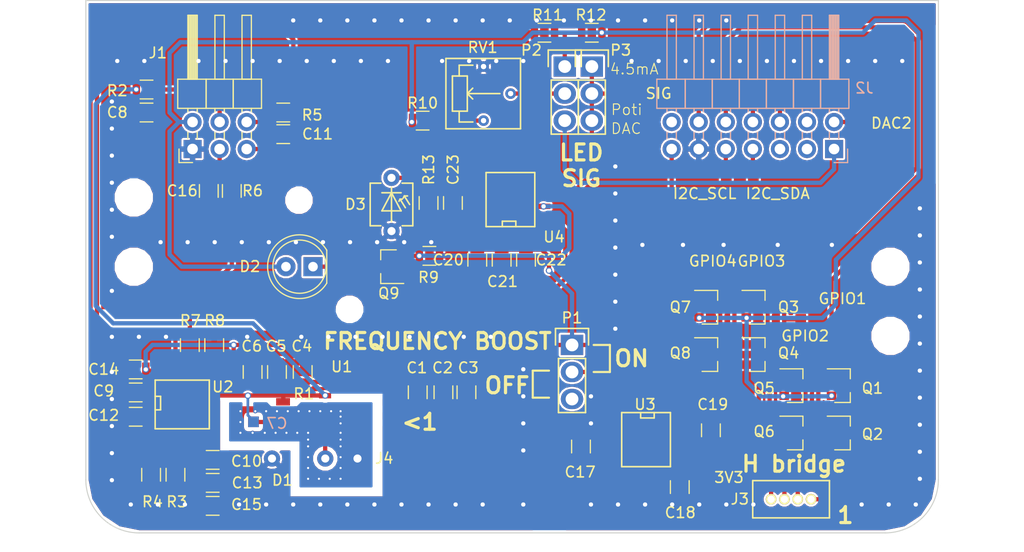
<source format=kicad_pcb>
(kicad_pcb (version 4) (host pcbnew 4.0.6-e0-6349~52~ubuntu17.04.1)
  (title_block (title "Analog Sensor Board UppSense 2017") (date 2017-07-05) (rev v0.2) (company "UppSense Heart Failure Diagnostics"))
  (layers (0 F.Cu signal) (31 B.Cu signal) (34 B.Paste user) (35 F.Paste user) (36 B.SilkS user) (37 F.SilkS user) (38 B.Mask user) (39 F.Mask user hide) (44 Edge.Cuts user))
  (net 0 "")
  (net 1 /highCurrentPart/-3.3V)
  (net 2 GND)
  (net 3 +3V3)
  (net 4 "Net-(C7-Pad1)")
  (net 5 "Net-(C7-Pad2)")
  (net 6 /interface/ADC1)
  (net 7 /interface/ADC2)
  (net 8 /interface/ADC3)
  (net 9 "Net-(C17-Pad1)")
  (net 10 "Net-(C17-Pad2)")
  (net 11 +5V)
  (net 12 "Net-(C23-Pad1)")
  (net 13 /interface/ADC4)
  (net 14 COIL_4)
  (net 15 COIL_3)
  (net 16 COIL_1)
  (net 17 COIL_2)
  (net 18 "Net-(P2-Pad1)")
  (net 19 "Net-(P2-Pad2)")
  (net 20 Signal)
  (net 21 /interface/GPIO1)
  (net 22 /interface/GPIO3)
  (net 23 /interface/GPIO2)
  (net 24 /interface/GPIO4)
  (net 25 "Net-(Q9-Pad1)")
  (net 26 "Net-(Q9-Pad2)")
  (net 27 "Net-(D2-Pad1)")
  (net 28 "Net-(R3-Pad1)")
  (net 29 "Net-(R4-Pad2)")
  (net 30 "Net-(R6-Pad1)")
  (net 31 "Net-(R7-Pad1)")
  (net 32 "Net-(R10-Pad2)")
  (net 33 GNDA)
  (net 34 /interface/DAC1)
  (net 35 /interface/DAC2)
  (net 36 /interface/I2C_SCL)
  (net 37 /interface/I2C_SDA)
  (net 38 "Net-(P1-Pad2)")
  (module Vias:Stitchging-Via-0.4-0.7 (layer F.Cu) (at 112.014 107.696)
    (fp_text reference REF** hide)
    (fp_text value Stitching-Via-0.4-0.7 hide)
    (pad ~ thru_hole circle (at 0 0) (size 0.7 0.7) (drill 0.4) (layers *.Cu) (net 2 GND))
  )
  (module Vias:Stitchging-Via-0.4-0.7 (layer F.Cu) (at 117.094 107.696)
    (fp_text reference REF** hide)
    (fp_text value Stitching-Via-0.4-0.7 hide)
    (pad ~ thru_hole circle (at 0 0) (size 0.7 0.7) (drill 0.4) (layers *.Cu) (net 2 GND))
  )
  (module Vias:Stitchging-Via-0.4-0.7 (layer F.Cu) (at 114.554 107.696)
    (fp_text reference REF** hide)
    (fp_text value Stitching-Via-0.4-0.7 hide)
    (pad ~ thru_hole circle (at 0 0) (size 0.7 0.7) (drill 0.4) (layers *.Cu) (net 2 GND))
  )
  (module Vias:Stitchging-Via-0.4-0.7 (layer F.Cu) (at 129.794 107.696)
    (fp_text reference REF** hide)
    (fp_text value Stitching-Via-0.4-0.7 hide)
    (pad ~ thru_hole circle (at 0 0) (size 0.7 0.7) (drill 0.4) (layers *.Cu) (net 2 GND))
  )
  (module Vias:Stitchging-Via-0.4-0.7 (layer F.Cu) (at 132.334 107.696)
    (fp_text reference REF** hide)
    (fp_text value Stitching-Via-0.4-0.7 hide)
    (pad ~ thru_hole circle (at 0 0) (size 0.7 0.7) (drill 0.4) (layers *.Cu) (net 2 GND))
  )
  (module Vias:Stitchging-Via-0.4-0.7 (layer F.Cu) (at 137.414 107.696)
    (fp_text reference REF** hide)
    (fp_text value Stitching-Via-0.4-0.7 hide)
    (pad ~ thru_hole circle (at 0 0) (size 0.7 0.7) (drill 0.4) (layers *.Cu) (net 2 GND))
  )
  (module Vias:Stitchging-Via-0.4-0.7 (layer F.Cu) (at 134.874 107.696)
    (fp_text reference REF** hide)
    (fp_text value Stitching-Via-0.4-0.7 hide)
    (pad ~ thru_hole circle (at 0 0) (size 0.7 0.7) (drill 0.4) (layers *.Cu) (net 2 GND))
  )
  (module Vias:Stitchging-Via-0.4-0.7 (layer F.Cu) (at 124.714 107.696)
    (fp_text reference REF** hide)
    (fp_text value Stitching-Via-0.4-0.7 hide)
    (pad ~ thru_hole circle (at 0 0) (size 0.7 0.7) (drill 0.4) (layers *.Cu) (net 2 GND))
  )
  (module Vias:Stitchging-Via-0.4-0.7 (layer F.Cu) (at 127.254 107.696)
    (fp_text reference REF** hide)
    (fp_text value Stitching-Via-0.4-0.7 hide)
    (pad ~ thru_hole circle (at 0 0) (size 0.7 0.7) (drill 0.4) (layers *.Cu) (net 2 GND))
  )
  (module Vias:Stitchging-Via-0.4-0.7 (layer F.Cu) (at 122.174 107.696)
    (fp_text reference REF** hide)
    (fp_text value Stitching-Via-0.4-0.7 hide)
    (pad ~ thru_hole circle (at 0 0) (size 0.7 0.7) (drill 0.4) (layers *.Cu) (net 2 GND))
  )
  (module Vias:Stitchging-Via-0.4-0.7 (layer F.Cu) (at 119.634 107.696)
    (fp_text reference REF** hide)
    (fp_text value Stitching-Via-0.4-0.7 hide)
    (pad ~ thru_hole circle (at 0 0) (size 0.7 0.7) (drill 0.4) (layers *.Cu) (net 2 GND))
  )
  (module Vias:Stitchging-Via-0.4-0.7 (layer F.Cu) (at 169.926 107.95)
    (fp_text reference REF** hide)
    (fp_text value Stitching-Via-0.4-0.7 hide)
    (pad ~ thru_hole circle (at 0 0) (size 0.7 0.7) (drill 0.4) (layers *.Cu) (net 2 GND))
  )
  (module Vias:Stitchging-Via-0.4-0.7 (layer F.Cu) (at 175.006 107.95)
    (fp_text reference REF** hide)
    (fp_text value Stitching-Via-0.4-0.7 hide)
    (pad ~ thru_hole circle (at 0 0) (size 0.7 0.7) (drill 0.4) (layers *.Cu) (net 2 GND))
  )
  (module Vias:Stitchging-Via-0.4-0.7 (layer F.Cu) (at 161.036 107.95)
    (fp_text reference REF** hide)
    (fp_text value Stitching-Via-0.4-0.7 hide)
    (pad ~ thru_hole circle (at 0 0) (size 0.7 0.7) (drill 0.4) (layers *.Cu) (net 2 GND))
  )
  (module Vias:Stitchging-Via-0.4-0.7 (layer F.Cu) (at 164.846 107.95)
    (fp_text reference REF** hide)
    (fp_text value Stitching-Via-0.4-0.7 hide)
    (pad ~ thru_hole circle (at 0 0) (size 0.7 0.7) (drill 0.4) (layers *.Cu) (net 2 GND))
  )
  (module Vias:Stitchging-Via-0.4-0.7 (layer F.Cu) (at 157.226 107.95)
    (fp_text reference REF** hide)
    (fp_text value Stitching-Via-0.4-0.7 hide)
    (pad ~ thru_hole circle (at 0 0) (size 0.7 0.7) (drill 0.4) (layers *.Cu) (net 2 GND))
  )
  (module Vias:Stitchging-Via-0.4-0.7 (layer F.Cu) (at 146.05 132.334 90)
    (fp_text reference REF** hide)
    (fp_text value Stitching-Via-0.4-0.7 hide)
    (pad ~ thru_hole circle (at 0 0 90) (size 0.7 0.7) (drill 0.4) (layers *.Cu) (net 2 GND))
  )
  (module Vias:Stitchging-Via-0.4-0.7 (layer F.Cu) (at 146.05 124.714 90)
    (fp_text reference REF** hide)
    (fp_text value Stitching-Via-0.4-0.7 hide)
    (pad ~ thru_hole circle (at 0 0 90) (size 0.7 0.7) (drill 0.4) (layers *.Cu) (net 2 GND))
  )
  (module Vias:Stitchging-Via-0.4-0.7 (layer F.Cu) (at 146.05 127.254 90)
    (fp_text reference REF** hide)
    (fp_text value Stitching-Via-0.4-0.7 hide)
    (pad ~ thru_hole circle (at 0 0 90) (size 0.7 0.7) (drill 0.4) (layers *.Cu) (net 2 GND))
  )
  (module Vias:Stitchging-Via-0.4-0.7 (layer F.Cu) (at 146.05 119.634 90)
    (fp_text reference REF** hide)
    (fp_text value Stitching-Via-0.4-0.7 hide)
    (pad ~ thru_hole circle (at 0 0 90) (size 0.7 0.7) (drill 0.4) (layers *.Cu) (net 2 GND))
  )
  (module Vias:Stitchging-Via-0.4-0.7 (layer F.Cu) (at 146.05 122.174 90)
    (fp_text reference REF** hide)
    (fp_text value Stitching-Via-0.4-0.7 hide)
    (pad ~ thru_hole circle (at 0 0 90) (size 0.7 0.7) (drill 0.4) (layers *.Cu) (net 2 GND))
  )
  (module Vias:Stitchging-Via-0.4-0.7 (layer F.Cu) (at 152.4 124.714 90)
    (fp_text reference REF** hide)
    (fp_text value Stitching-Via-0.4-0.7 hide)
    (pad ~ thru_hole circle (at 0 0 90) (size 0.7 0.7) (drill 0.4) (layers *.Cu) (net 2 GND))
  )
  (module Vias:Stitchging-Via-0.4-0.7 (layer F.Cu) (at 152.4 122.174 90)
    (fp_text reference REF** hide)
    (fp_text value Stitching-Via-0.4-0.7 hide)
    (pad ~ thru_hole circle (at 0 0 90) (size 0.7 0.7) (drill 0.4) (layers *.Cu) (net 2 GND))
  )
  (module Vias:Stitchging-Via-0.4-0.7 (layer F.Cu) (at 154.686 115.824 90)
    (fp_text reference REF** hide)
    (fp_text value Stitching-Via-0.4-0.7 hide)
    (pad ~ thru_hole circle (at 0 0 90) (size 0.7 0.7) (drill 0.4) (layers *.Cu) (net 2 GND))
  )
  (module Vias:Stitchging-Via-0.4-0.7 (layer F.Cu) (at 154.686 103.124 90)
    (fp_text reference REF** hide)
    (fp_text value Stitching-Via-0.4-0.7 hide)
    (pad ~ thru_hole circle (at 0 0 90) (size 0.7 0.7) (drill 0.4) (layers *.Cu) (net 2 GND))
  )
  (module Vias:Stitchging-Via-0.4-0.7 (layer F.Cu) (at 154.686 100.584 90)
    (fp_text reference REF** hide)
    (fp_text value Stitching-Via-0.4-0.7 hide)
    (pad ~ thru_hole circle (at 0 0 90) (size 0.7 0.7) (drill 0.4) (layers *.Cu) (net 2 GND))
  )
  (module Vias:Stitchging-Via-0.4-0.7 (layer F.Cu) (at 154.686 108.204 90)
    (fp_text reference REF** hide)
    (fp_text value Stitching-Via-0.4-0.7 hide)
    (pad ~ thru_hole circle (at 0 0 90) (size 0.7 0.7) (drill 0.4) (layers *.Cu) (net 2 GND))
  )
  (module Vias:Stitchging-Via-0.4-0.7 (layer F.Cu) (at 154.686 105.664 90)
    (fp_text reference REF** hide)
    (fp_text value Stitching-Via-0.4-0.7 hide)
    (pad ~ thru_hole circle (at 0 0 90) (size 0.7 0.7) (drill 0.4) (layers *.Cu) (net 2 GND))
  )
  (module Vias:Stitchging-Via-0.4-0.7 (layer F.Cu) (at 154.686 110.744 90)
    (fp_text reference REF** hide)
    (fp_text value Stitching-Via-0.4-0.7 hide)
    (pad ~ thru_hole circle (at 0 0 90) (size 0.7 0.7) (drill 0.4) (layers *.Cu) (net 2 GND))
  )
  (module Vias:Stitchging-Via-0.4-0.7 (layer F.Cu) (at 154.686 113.284 90)
    (fp_text reference REF** hide)
    (fp_text value Stitching-Via-0.4-0.7 hide)
    (pad ~ thru_hole circle (at 0 0 90) (size 0.7 0.7) (drill 0.4) (layers *.Cu) (net 2 GND))
  )
  (module Vias:Stitchging-Via-0.4-0.7 (layer F.Cu) (at 137.16 86.868)
    (fp_text reference REF** hide)
    (fp_text value Stitching-Via-0.4-0.7 hide)
    (pad ~ thru_hole circle (at 0 0) (size 0.7 0.7) (drill 0.4) (layers *.Cu) (net 2 GND))
  )
  (module Vias:Stitchging-Via-0.4-0.7 (layer F.Cu) (at 142.24 86.868)
    (fp_text reference REF** hide)
    (fp_text value Stitching-Via-0.4-0.7 hide)
    (pad ~ thru_hole circle (at 0 0) (size 0.7 0.7) (drill 0.4) (layers *.Cu) (net 2 GND))
  )
  (module Vias:Stitchging-Via-0.4-0.7 (layer F.Cu) (at 139.7 86.868)
    (fp_text reference REF** hide)
    (fp_text value Stitching-Via-0.4-0.7 hide)
    (pad ~ thru_hole circle (at 0 0) (size 0.7 0.7) (drill 0.4) (layers *.Cu) (net 2 GND))
  )
  (module Vias:Stitchging-Via-0.4-0.7 (layer F.Cu) (at 149.86 86.868)
    (fp_text reference REF** hide)
    (fp_text value Stitching-Via-0.4-0.7 hide)
    (pad ~ thru_hole circle (at 0 0) (size 0.7 0.7) (drill 0.4) (layers *.Cu) (net 2 GND))
  )
  (module Vias:Stitchging-Via-0.4-0.7 (layer F.Cu) (at 152.4 86.868)
    (fp_text reference REF** hide)
    (fp_text value Stitching-Via-0.4-0.7 hide)
    (pad ~ thru_hole circle (at 0 0) (size 0.7 0.7) (drill 0.4) (layers *.Cu) (net 2 GND))
  )
  (module Vias:Stitchging-Via-0.4-0.7 (layer F.Cu) (at 147.32 86.868)
    (fp_text reference REF** hide)
    (fp_text value Stitching-Via-0.4-0.7 hide)
    (pad ~ thru_hole circle (at 0 0) (size 0.7 0.7) (drill 0.4) (layers *.Cu) (net 2 GND))
  )
  (module Vias:Stitchging-Via-0.4-0.7 (layer F.Cu) (at 144.78 86.868)
    (fp_text reference REF** hide)
    (fp_text value Stitching-Via-0.4-0.7 hide)
    (pad ~ thru_hole circle (at 0 0) (size 0.7 0.7) (drill 0.4) (layers *.Cu) (net 2 GND))
  )
  (module Vias:Stitchging-Via-0.4-0.7 (layer F.Cu) (at 162.56 86.868)
    (fp_text reference REF** hide)
    (fp_text value Stitching-Via-0.4-0.7 hide)
    (pad ~ thru_hole circle (at 0 0) (size 0.7 0.7) (drill 0.4) (layers *.Cu) (net 2 GND))
  )
  (module Vias:Stitchging-Via-0.4-0.7 (layer F.Cu) (at 165.1 86.868)
    (fp_text reference REF** hide)
    (fp_text value Stitching-Via-0.4-0.7 hide)
    (pad ~ thru_hole circle (at 0 0) (size 0.7 0.7) (drill 0.4) (layers *.Cu) (net 2 GND))
  )
  (module Vias:Stitchging-Via-0.4-0.7 (layer F.Cu) (at 157.48 86.868)
    (fp_text reference REF** hide)
    (fp_text value Stitching-Via-0.4-0.7 hide)
    (pad ~ thru_hole circle (at 0 0) (size 0.7 0.7) (drill 0.4) (layers *.Cu) (net 2 GND))
  )
  (module Vias:Stitchging-Via-0.4-0.7 (layer F.Cu) (at 160.02 86.868)
    (fp_text reference REF** hide)
    (fp_text value Stitching-Via-0.4-0.7 hide)
    (pad ~ thru_hole circle (at 0 0) (size 0.7 0.7) (drill 0.4) (layers *.Cu) (net 2 GND))
  )
  (module Vias:Stitchging-Via-0.4-0.7 (layer F.Cu) (at 154.94 86.868)
    (fp_text reference REF** hide)
    (fp_text value Stitching-Via-0.4-0.7 hide)
    (pad ~ thru_hole circle (at 0 0) (size 0.7 0.7) (drill 0.4) (layers *.Cu) (net 2 GND))
  )
  (module Vias:Stitchging-Via-0.4-0.7 (layer F.Cu) (at 127 86.868)
    (fp_text reference REF** hide)
    (fp_text value Stitching-Via-0.4-0.7 hide)
    (pad ~ thru_hole circle (at 0 0) (size 0.7 0.7) (drill 0.4) (layers *.Cu) (net 2 GND))
  )
  (module Vias:Stitchging-Via-0.4-0.7 (layer F.Cu) (at 124.46 86.868)
    (fp_text reference REF** hide)
    (fp_text value Stitching-Via-0.4-0.7 hide)
    (pad ~ thru_hole circle (at 0 0) (size 0.7 0.7) (drill 0.4) (layers *.Cu) (net 2 GND))
  )
  (module Vias:Stitchging-Via-0.4-0.7 (layer F.Cu) (at 134.62 86.868)
    (fp_text reference REF** hide)
    (fp_text value Stitching-Via-0.4-0.7 hide)
    (pad ~ thru_hole circle (at 0 0) (size 0.7 0.7) (drill 0.4) (layers *.Cu) (net 2 GND))
  )
  (module Vias:Stitchging-Via-0.4-0.7 (layer F.Cu) (at 132.08 86.868)
    (fp_text reference REF** hide)
    (fp_text value Stitching-Via-0.4-0.7 hide)
    (pad ~ thru_hole circle (at 0 0) (size 0.7 0.7) (drill 0.4) (layers *.Cu) (net 2 GND))
  )
  (module Vias:Stitchging-Via-0.4-0.7 (layer F.Cu) (at 129.54 86.868)
    (fp_text reference REF** hide)
    (fp_text value Stitching-Via-0.4-0.7 hide)
    (pad ~ thru_hole circle (at 0 0) (size 0.7 0.7) (drill 0.4) (layers *.Cu) (net 2 GND))
  )
  (module Vias:Stitchging-Via-0.4-0.7 (layer F.Cu) (at 107.442 130.048 90)
    (fp_text reference REF** hide)
    (fp_text value Stitching-Via-0.4-0.7 hide)
    (pad ~ thru_hole circle (at 0 0 90) (size 0.7 0.7) (drill 0.4) (layers *.Cu) (net 2 GND))
  )
  (module Vias:Stitchging-Via-0.4-0.7 (layer F.Cu) (at 107.442 127.508 90)
    (fp_text reference REF** hide)
    (fp_text value Stitching-Via-0.4-0.7 hide)
    (pad ~ thru_hole circle (at 0 0 90) (size 0.7 0.7) (drill 0.4) (layers *.Cu) (net 2 GND))
  )
  (module Vias:Stitchging-Via-0.4-0.7 (layer F.Cu) (at 107.442 122.428 90)
    (fp_text reference REF** hide)
    (fp_text value Stitching-Via-0.4-0.7 hide)
    (pad ~ thru_hole circle (at 0 0 90) (size 0.7 0.7) (drill 0.4) (layers *.Cu) (net 2 GND))
  )
  (module Vias:Stitchging-Via-0.4-0.7 (layer F.Cu) (at 107.442 124.968 90)
    (fp_text reference REF** hide)
    (fp_text value Stitching-Via-0.4-0.7 hide)
    (pad ~ thru_hole circle (at 0 0 90) (size 0.7 0.7) (drill 0.4) (layers *.Cu) (net 2 GND))
  )
  (module Vias:Stitchging-Via-0.4-0.7 (layer F.Cu) (at 107.442 112.268 90)
    (fp_text reference REF** hide)
    (fp_text value Stitching-Via-0.4-0.7 hide)
    (pad ~ thru_hole circle (at 0 0 90) (size 0.7 0.7) (drill 0.4) (layers *.Cu) (net 2 GND))
  )
  (module Vias:Stitchging-Via-0.4-0.7 (layer F.Cu) (at 107.442 119.888 90)
    (fp_text reference REF** hide)
    (fp_text value Stitching-Via-0.4-0.7 hide)
    (pad ~ thru_hole circle (at 0 0 90) (size 0.7 0.7) (drill 0.4) (layers *.Cu) (net 2 GND))
  )
  (module Vias:Stitchging-Via-0.4-0.7 (layer F.Cu) (at 107.442 102.108 90)
    (fp_text reference REF** hide)
    (fp_text value Stitching-Via-0.4-0.7 hide)
    (pad ~ thru_hole circle (at 0 0 90) (size 0.7 0.7) (drill 0.4) (layers *.Cu) (net 2 GND))
  )
  (module Vias:Stitchging-Via-0.4-0.7 (layer F.Cu) (at 107.442 99.568 90)
    (fp_text reference REF** hide)
    (fp_text value Stitching-Via-0.4-0.7 hide)
    (pad ~ thru_hole circle (at 0 0 90) (size 0.7 0.7) (drill 0.4) (layers *.Cu) (net 2 GND))
  )
  (module Vias:Stitchging-Via-0.4-0.7 (layer F.Cu) (at 107.442 97.028 90)
    (fp_text reference REF** hide)
    (fp_text value Stitching-Via-0.4-0.7 hide)
    (pad ~ thru_hole circle (at 0 0 90) (size 0.7 0.7) (drill 0.4) (layers *.Cu) (net 2 GND))
  )
  (module Vias:Stitchging-Via-0.4-0.7 (layer F.Cu) (at 107.442 107.188 90)
    (fp_text reference REF** hide)
    (fp_text value Stitching-Via-0.4-0.7 hide)
    (pad ~ thru_hole circle (at 0 0 90) (size 0.7 0.7) (drill 0.4) (layers *.Cu) (net 2 GND))
  )
  (module Vias:Stitchging-Via-0.4-0.7 (layer F.Cu) (at 107.442 104.648 90)
    (fp_text reference REF** hide)
    (fp_text value Stitching-Via-0.4-0.7 hide)
    (pad ~ thru_hole circle (at 0 0 90) (size 0.7 0.7) (drill 0.4) (layers *.Cu) (net 2 GND))
  )
  (module Vias:Stitchging-Via-0.4-0.7 (layer F.Cu) (at 107.442 94.488 90)
    (fp_text reference REF** hide)
    (fp_text value Stitching-Via-0.4-0.7 hide)
    (pad ~ thru_hole circle (at 0 0 90) (size 0.7 0.7) (drill 0.4) (layers *.Cu) (net 2 GND))
  )
  (module Vias:Stitchging-Via-0.4-0.7 (layer F.Cu) (at 183.261 129.921 90)
    (fp_text reference REF** hide)
    (fp_text value Stitching-Via-0.4-0.7 hide)
    (pad ~ thru_hole circle (at 0 0 90) (size 0.7 0.7) (drill 0.4) (layers *.Cu) (net 2 GND))
  )
  (module Vias:Stitchging-Via-0.4-0.7 (layer F.Cu) (at 183.261 127.381 90)
    (fp_text reference REF** hide)
    (fp_text value Stitching-Via-0.4-0.7 hide)
    (pad ~ thru_hole circle (at 0 0 90) (size 0.7 0.7) (drill 0.4) (layers *.Cu) (net 2 GND))
  )
  (module Vias:Stitchging-Via-0.4-0.7 (layer F.Cu) (at 183.261 122.301 90)
    (fp_text reference REF** hide)
    (fp_text value Stitching-Via-0.4-0.7 hide)
    (pad ~ thru_hole circle (at 0 0 90) (size 0.7 0.7) (drill 0.4) (layers *.Cu) (net 2 GND))
  )
  (module Vias:Stitchging-Via-0.4-0.7 (layer F.Cu) (at 183.261 124.841 90)
    (fp_text reference REF** hide)
    (fp_text value Stitching-Via-0.4-0.7 hide)
    (pad ~ thru_hole circle (at 0 0 90) (size 0.7 0.7) (drill 0.4) (layers *.Cu) (net 2 GND))
  )
  (module Vias:Stitchging-Via-0.4-0.7 (layer F.Cu) (at 183.261 114.681 90)
    (fp_text reference REF** hide)
    (fp_text value Stitching-Via-0.4-0.7 hide)
    (pad ~ thru_hole circle (at 0 0 90) (size 0.7 0.7) (drill 0.4) (layers *.Cu) (net 2 GND))
  )
  (module Vias:Stitchging-Via-0.4-0.7 (layer F.Cu) (at 183.261 112.141 90)
    (fp_text reference REF** hide)
    (fp_text value Stitching-Via-0.4-0.7 hide)
    (pad ~ thru_hole circle (at 0 0 90) (size 0.7 0.7) (drill 0.4) (layers *.Cu) (net 2 GND))
  )
  (module Vias:Stitchging-Via-0.4-0.7 (layer F.Cu) (at 183.261 117.221 90)
    (fp_text reference REF** hide)
    (fp_text value Stitching-Via-0.4-0.7 hide)
    (pad ~ thru_hole circle (at 0 0 90) (size 0.7 0.7) (drill 0.4) (layers *.Cu) (net 2 GND))
  )
  (module Vias:Stitchging-Via-0.4-0.7 (layer F.Cu) (at 183.261 119.761 90)
    (fp_text reference REF** hide)
    (fp_text value Stitching-Via-0.4-0.7 hide)
    (pad ~ thru_hole circle (at 0 0 90) (size 0.7 0.7) (drill 0.4) (layers *.Cu) (net 2 GND))
  )
  (module Vias:Stitchging-Via-0.4-0.7 (layer F.Cu) (at 183.261 107.061 90)
    (fp_text reference REF** hide)
    (fp_text value Stitching-Via-0.4-0.7 hide)
    (pad ~ thru_hole circle (at 0 0 90) (size 0.7 0.7) (drill 0.4) (layers *.Cu) (net 2 GND))
  )
  (module Vias:Stitchging-Via-0.4-0.7 (layer F.Cu) (at 183.261 104.521 90)
    (fp_text reference REF** hide)
    (fp_text value Stitching-Via-0.4-0.7 hide)
    (pad ~ thru_hole circle (at 0 0 90) (size 0.7 0.7) (drill 0.4) (layers *.Cu) (net 2 GND))
  )
  (module Vias:Stitchging-Via-0.4-0.7 (layer F.Cu) (at 183.261 109.601 90)
    (fp_text reference REF** hide)
    (fp_text value Stitching-Via-0.4-0.7 hide)
    (pad ~ thru_hole circle (at 0 0 90) (size 0.7 0.7) (drill 0.4) (layers *.Cu) (net 2 GND))
  )
  (module Vias:Stitchging-Via-0.4-0.7 (layer F.Cu) (at 110.49 90.678)
    (fp_text reference REF** hide)
    (fp_text value Stitching-Via-0.4-0.7 hide)
    (pad ~ thru_hole circle (at 0 0) (size 0.7 0.7) (drill 0.4) (layers *.Cu) (net 2 GND))
  )
  (module Vias:Stitchging-Via-0.4-0.7 (layer F.Cu) (at 107.95 90.678)
    (fp_text reference REF** hide)
    (fp_text value Stitching-Via-0.4-0.7 hide)
    (pad ~ thru_hole circle (at 0 0) (size 0.7 0.7) (drill 0.4) (layers *.Cu) (net 2 GND))
  )
  (module Vias:Stitchging-Via-0.4-0.7 (layer F.Cu) (at 115.57 90.678)
    (fp_text reference REF** hide)
    (fp_text value Stitching-Via-0.4-0.7 hide)
    (pad ~ thru_hole circle (at 0 0) (size 0.7 0.7) (drill 0.4) (layers *.Cu) (net 2 GND))
  )
  (module Vias:Stitchging-Via-0.4-0.7 (layer F.Cu) (at 158.75 90.678)
    (fp_text reference REF** hide)
    (fp_text value Stitching-Via-0.4-0.7 hide)
    (pad ~ thru_hole circle (at 0 0) (size 0.7 0.7) (drill 0.4) (layers *.Cu) (net 2 GND))
  )
  (module Vias:Stitchging-Via-0.4-0.7 (layer F.Cu) (at 156.21 90.678)
    (fp_text reference REF** hide)
    (fp_text value Stitching-Via-0.4-0.7 hide)
    (pad ~ thru_hole circle (at 0 0) (size 0.7 0.7) (drill 0.4) (layers *.Cu) (net 2 GND))
  )
  (module Vias:Stitchging-Via-0.4-0.7 (layer F.Cu) (at 166.37 90.678)
    (fp_text reference REF** hide)
    (fp_text value Stitching-Via-0.4-0.7 hide)
    (pad ~ thru_hole circle (at 0 0) (size 0.7 0.7) (drill 0.4) (layers *.Cu) (net 2 GND))
  )
  (module Vias:Stitchging-Via-0.4-0.7 (layer F.Cu) (at 168.91 90.678)
    (fp_text reference REF** hide)
    (fp_text value Stitching-Via-0.4-0.7 hide)
    (pad ~ thru_hole circle (at 0 0) (size 0.7 0.7) (drill 0.4) (layers *.Cu) (net 2 GND))
  )
  (module Vias:Stitchging-Via-0.4-0.7 (layer F.Cu) (at 163.83 90.678)
    (fp_text reference REF** hide)
    (fp_text value Stitching-Via-0.4-0.7 hide)
    (pad ~ thru_hole circle (at 0 0) (size 0.7 0.7) (drill 0.4) (layers *.Cu) (net 2 GND))
  )
  (module Vias:Stitchging-Via-0.4-0.7 (layer F.Cu) (at 161.29 90.678)
    (fp_text reference REF** hide)
    (fp_text value Stitching-Via-0.4-0.7 hide)
    (pad ~ thru_hole circle (at 0 0) (size 0.7 0.7) (drill 0.4) (layers *.Cu) (net 2 GND))
  )
  (module Vias:Stitchging-Via-0.4-0.7 (layer F.Cu) (at 179.07 90.678)
    (fp_text reference REF** hide)
    (fp_text value Stitching-Via-0.4-0.7 hide)
    (pad ~ thru_hole circle (at 0 0) (size 0.7 0.7) (drill 0.4) (layers *.Cu) (net 2 GND))
  )
  (module Vias:Stitchging-Via-0.4-0.7 (layer F.Cu) (at 181.61 90.678)
    (fp_text reference REF** hide)
    (fp_text value Stitching-Via-0.4-0.7 hide)
    (pad ~ thru_hole circle (at 0 0) (size 0.7 0.7) (drill 0.4) (layers *.Cu) (net 2 GND))
  )
  (module Vias:Stitchging-Via-0.4-0.7 (layer F.Cu) (at 173.99 90.678)
    (fp_text reference REF** hide)
    (fp_text value Stitching-Via-0.4-0.7 hide)
    (pad ~ thru_hole circle (at 0 0) (size 0.7 0.7) (drill 0.4) (layers *.Cu) (net 2 GND))
  )
  (module Vias:Stitchging-Via-0.4-0.7 (layer F.Cu) (at 176.53 90.678)
    (fp_text reference REF** hide)
    (fp_text value Stitching-Via-0.4-0.7 hide)
    (pad ~ thru_hole circle (at 0 0) (size 0.7 0.7) (drill 0.4) (layers *.Cu) (net 2 GND))
  )
  (module Vias:Stitchging-Via-0.4-0.7 (layer F.Cu) (at 171.45 90.678)
    (fp_text reference REF** hide)
    (fp_text value Stitching-Via-0.4-0.7 hide)
    (pad ~ thru_hole circle (at 0 0) (size 0.7 0.7) (drill 0.4) (layers *.Cu) (net 2 GND))
  )
  (module Vias:Stitchging-Via-0.4-0.7 (layer F.Cu) (at 138.43 90.678)
    (fp_text reference REF** hide)
    (fp_text value Stitching-Via-0.4-0.7 hide)
    (pad ~ thru_hole circle (at 0 0) (size 0.7 0.7) (drill 0.4) (layers *.Cu) (net 2 GND))
  )
  (module Vias:Stitchging-Via-0.4-0.7 (layer F.Cu) (at 143.51 90.678)
    (fp_text reference REF** hide)
    (fp_text value Stitching-Via-0.4-0.7 hide)
    (pad ~ thru_hole circle (at 0 0) (size 0.7 0.7) (drill 0.4) (layers *.Cu) (net 2 GND))
  )
  (module Vias:Stitchging-Via-0.4-0.7 (layer F.Cu) (at 140.97 90.678)
    (fp_text reference REF** hide)
    (fp_text value Stitching-Via-0.4-0.7 hide)
    (pad ~ thru_hole circle (at 0 0) (size 0.7 0.7) (drill 0.4) (layers *.Cu) (net 2 GND))
  )
  (module Vias:Stitchging-Via-0.4-0.7 (layer F.Cu) (at 146.05 90.678)
    (fp_text reference REF** hide)
    (fp_text value Stitching-Via-0.4-0.7 hide)
    (pad ~ thru_hole circle (at 0 0) (size 0.7 0.7) (drill 0.4) (layers *.Cu) (net 2 GND))
  )
  (module Vias:Stitchging-Via-0.4-0.7 (layer F.Cu) (at 128.27 90.678)
    (fp_text reference REF** hide)
    (fp_text value Stitching-Via-0.4-0.7 hide)
    (pad ~ thru_hole circle (at 0 0) (size 0.7 0.7) (drill 0.4) (layers *.Cu) (net 2 GND))
  )
  (module Vias:Stitchging-Via-0.4-0.7 (layer F.Cu) (at 130.81 90.678)
    (fp_text reference REF** hide)
    (fp_text value Stitching-Via-0.4-0.7 hide)
    (pad ~ thru_hole circle (at 0 0) (size 0.7 0.7) (drill 0.4) (layers *.Cu) (net 2 GND))
  )
  (module Vias:Stitchging-Via-0.4-0.7 (layer F.Cu) (at 133.35 90.678)
    (fp_text reference REF** hide)
    (fp_text value Stitching-Via-0.4-0.7 hide)
    (pad ~ thru_hole circle (at 0 0) (size 0.7 0.7) (drill 0.4) (layers *.Cu) (net 2 GND))
  )
  (module Vias:Stitchging-Via-0.4-0.7 (layer F.Cu) (at 123.19 90.678)
    (fp_text reference REF** hide)
    (fp_text value Stitching-Via-0.4-0.7 hide)
    (pad ~ thru_hole circle (at 0 0) (size 0.7 0.7) (drill 0.4) (layers *.Cu) (net 2 GND))
  )
  (module Vias:Stitchging-Via-0.4-0.7 (layer F.Cu) (at 125.73 90.678)
    (fp_text reference REF** hide)
    (fp_text value Stitching-Via-0.4-0.7 hide)
    (pad ~ thru_hole circle (at 0 0) (size 0.7 0.7) (drill 0.4) (layers *.Cu) (net 2 GND))
  )
  (module Vias:Stitchging-Via-0.4-0.7 (layer F.Cu) (at 120.65 90.678)
    (fp_text reference REF** hide)
    (fp_text value Stitching-Via-0.4-0.7 hide)
    (pad ~ thru_hole circle (at 0 0) (size 0.7 0.7) (drill 0.4) (layers *.Cu) (net 2 GND))
  )
  (module Vias:Stitchging-Via-0.4-0.7 (layer F.Cu) (at 118.11 90.678)
    (fp_text reference REF** hide)
    (fp_text value Stitching-Via-0.4-0.7 hide)
    (pad ~ thru_hole circle (at 0 0) (size 0.7 0.7) (drill 0.4) (layers *.Cu) (net 2 GND))
  )
  (module Vias:Stitchging-Via-0.4-0.7 (layer F.Cu) (at 111.76 132.334)
    (fp_text reference REF** hide)
    (fp_text value Stitching-Via-0.4-0.7 hide)
    (pad ~ thru_hole circle (at 0 0) (size 0.7 0.7) (drill 0.4) (layers *.Cu) (net 2 GND))
  )
  (module Vias:Stitchging-Via-0.4-0.7 (layer F.Cu) (at 109.22 132.334)
    (fp_text reference REF** hide)
    (fp_text value Stitching-Via-0.4-0.7 hide)
    (pad ~ thru_hole circle (at 0 0) (size 0.7 0.7) (drill 0.4) (layers *.Cu) (net 2 GND))
  )
  (module Vias:Stitchging-Via-0.4-0.7 (layer F.Cu) (at 114.3 132.334)
    (fp_text reference REF** hide)
    (fp_text value Stitching-Via-0.4-0.7 hide)
    (pad ~ thru_hole circle (at 0 0) (size 0.7 0.7) (drill 0.4) (layers *.Cu) (net 2 GND))
  )
  (module Vias:Stitchging-Via-0.4-0.7 (layer F.Cu) (at 154.94 132.334)
    (fp_text reference REF** hide)
    (fp_text value Stitching-Via-0.4-0.7 hide)
    (pad ~ thru_hole circle (at 0 0) (size 0.7 0.7) (drill 0.4) (layers *.Cu) (net 2 GND))
  )
  (module Vias:Stitchging-Via-0.4-0.7 (layer F.Cu) (at 160.02 132.334)
    (fp_text reference REF** hide)
    (fp_text value Stitching-Via-0.4-0.7 hide)
    (pad ~ thru_hole circle (at 0 0) (size 0.7 0.7) (drill 0.4) (layers *.Cu) (net 2 GND))
  )
  (module Vias:Stitchging-Via-0.4-0.7 (layer F.Cu) (at 157.48 132.334)
    (fp_text reference REF** hide)
    (fp_text value Stitching-Via-0.4-0.7 hide)
    (pad ~ thru_hole circle (at 0 0) (size 0.7 0.7) (drill 0.4) (layers *.Cu) (net 2 GND))
  )
  (module Vias:Stitchging-Via-0.4-0.7 (layer F.Cu) (at 167.64 132.334)
    (fp_text reference REF** hide)
    (fp_text value Stitching-Via-0.4-0.7 hide)
    (pad ~ thru_hole circle (at 0 0) (size 0.7 0.7) (drill 0.4) (layers *.Cu) (net 2 GND))
  )
  (module Vias:Stitchging-Via-0.4-0.7 (layer F.Cu) (at 165.1 132.334)
    (fp_text reference REF** hide)
    (fp_text value Stitching-Via-0.4-0.7 hide)
    (pad ~ thru_hole circle (at 0 0) (size 0.7 0.7) (drill 0.4) (layers *.Cu) (net 2 GND))
  )
  (module Vias:Stitchging-Via-0.4-0.7 (layer F.Cu) (at 162.56 132.334)
    (fp_text reference REF** hide)
    (fp_text value Stitching-Via-0.4-0.7 hide)
    (pad ~ thru_hole circle (at 0 0) (size 0.7 0.7) (drill 0.4) (layers *.Cu) (net 2 GND))
  )
  (module Vias:Stitchging-Via-0.4-0.7 (layer F.Cu) (at 180.34 132.334)
    (fp_text reference REF** hide)
    (fp_text value Stitching-Via-0.4-0.7 hide)
    (pad ~ thru_hole circle (at 0 0) (size 0.7 0.7) (drill 0.4) (layers *.Cu) (net 2 GND))
  )
  (module Vias:Stitchging-Via-0.4-0.7 (layer F.Cu) (at 182.88 132.334)
    (fp_text reference REF** hide)
    (fp_text value Stitching-Via-0.4-0.7 hide)
    (pad ~ thru_hole circle (at 0 0) (size 0.7 0.7) (drill 0.4) (layers *.Cu) (net 2 GND))
  )
  (module Vias:Stitchging-Via-0.4-0.7 (layer F.Cu) (at 177.8 132.334)
    (fp_text reference REF** hide)
    (fp_text value Stitching-Via-0.4-0.7 hide)
    (pad ~ thru_hole circle (at 0 0) (size 0.7 0.7) (drill 0.4) (layers *.Cu) (net 2 GND))
  )
  (module Vias:Stitchging-Via-0.4-0.7 (layer F.Cu) (at 139.7 132.334)
    (fp_text reference REF** hide)
    (fp_text value Stitching-Via-0.4-0.7 hide)
    (pad ~ thru_hole circle (at 0 0) (size 0.7 0.7) (drill 0.4) (layers *.Cu) (net 2 GND))
  )
  (module Vias:Stitchging-Via-0.4-0.7 (layer F.Cu) (at 142.24 132.334)
    (fp_text reference REF** hide)
    (fp_text value Stitching-Via-0.4-0.7 hide)
    (pad ~ thru_hole circle (at 0 0) (size 0.7 0.7) (drill 0.4) (layers *.Cu) (net 2 GND))
  )
  (module Vias:Stitchging-Via-0.4-0.7 (layer F.Cu) (at 152.4 132.334)
    (fp_text reference REF** hide)
    (fp_text value Stitching-Via-0.4-0.7 hide)
    (pad ~ thru_hole circle (at 0 0) (size 0.7 0.7) (drill 0.4) (layers *.Cu) (net 2 GND))
  )
  (module Vias:Stitchging-Via-0.4-0.7 (layer F.Cu) (at 129.54 132.334)
    (fp_text reference REF** hide)
    (fp_text value Stitching-Via-0.4-0.7 hide)
    (pad ~ thru_hole circle (at 0 0) (size 0.7 0.7) (drill 0.4) (layers *.Cu) (net 2 GND))
  )
  (module Vias:Stitchging-Via-0.4-0.7 (layer F.Cu) (at 132.08 132.334)
    (fp_text reference REF** hide)
    (fp_text value Stitching-Via-0.4-0.7 hide)
    (pad ~ thru_hole circle (at 0 0) (size 0.7 0.7) (drill 0.4) (layers *.Cu) (net 2 GND))
  )
  (module Vias:Stitchging-Via-0.4-0.7 (layer F.Cu) (at 137.16 132.334)
    (fp_text reference REF** hide)
    (fp_text value Stitching-Via-0.4-0.7 hide)
    (pad ~ thru_hole circle (at 0 0) (size 0.7 0.7) (drill 0.4) (layers *.Cu) (net 2 GND))
  )
  (module Vias:Stitchging-Via-0.4-0.7 (layer F.Cu) (at 134.62 132.334)
    (fp_text reference REF** hide)
    (fp_text value Stitching-Via-0.4-0.7 hide)
    (pad ~ thru_hole circle (at 0 0) (size 0.7 0.7) (drill 0.4) (layers *.Cu) (net 2 GND))
  )
  (module Vias:Stitchging-Via-0.4-0.7 (layer F.Cu) (at 124.46 132.334)
    (fp_text reference REF** hide)
    (fp_text value Stitching-Via-0.4-0.7 hide)
    (pad ~ thru_hole circle (at 0 0) (size 0.7 0.7) (drill 0.4) (layers *.Cu) (net 2 GND))
  )
  (module Vias:Stitchging-Via-0.4-0.7 (layer F.Cu) (at 127 132.334)
    (fp_text reference REF** hide)
    (fp_text value Stitching-Via-0.4-0.7 hide)
    (pad ~ thru_hole circle (at 0 0) (size 0.7 0.7) (drill 0.4) (layers *.Cu) (net 2 GND))
  )
  (module Vias:Stitchging-Via-0.4-0.7 (layer F.Cu) (at 121.92 132.334)
    (fp_text reference REF** hide)
    (fp_text value Stitching-Via-0.4-0.7 hide)
    (pad ~ thru_hole circle (at 0 0) (size 0.7 0.7) (drill 0.4) (layers *.Cu) (net 2 GND))
  )
  (module Vias:Stitchging-Via-0.4-0.7 (layer F.Cu) (at 119.38 132.334)
    (fp_text reference REF** hide)
    (fp_text value Stitching-Via-0.4-0.7 hide)
    (pad ~ thru_hole circle (at 0 0) (size 0.7 0.7) (drill 0.4) (layers *.Cu) (net 2 GND))
  )
  (module Vias:Stitchging-Via-0.4-0.7 (layer F.Cu) (at 107.442 116.586)
    (fp_text reference REF** hide)
    (fp_text value Stitching-Via-0.4-0.7 hide)
    (pad ~ thru_hole circle (at 0 0) (size 0.7 0.7) (drill 0.4) (layers *.Cu) (net 2 GND))
  )
  (module Vias:Stitchging-Via-0.4-0.7 (layer F.Cu) (at 109.982 116.586)
    (fp_text reference REF** hide)
    (fp_text value Stitching-Via-0.4-0.7 hide)
    (pad ~ thru_hole circle (at 0 0) (size 0.7 0.7) (drill 0.4) (layers *.Cu) (net 2 GND))
  )
  (module Vias:Stitchging-Via-0.4-0.7 (layer F.Cu) (at 112.522 116.586)
    (fp_text reference REF** hide)
    (fp_text value Stitching-Via-0.4-0.7 hide)
    (pad ~ thru_hole circle (at 0 0) (size 0.7 0.7) (drill 0.4) (layers *.Cu) (net 2 GND))
  )
  (module Vias:Stitchging-Via-0.4-0.7 (layer F.Cu) (at 132.842 116.586)
    (fp_text reference REF** hide)
    (fp_text value Stitching-Via-0.4-0.7 hide)
    (pad ~ thru_hole circle (at 0 0) (size 0.7 0.7) (drill 0.4) (layers *.Cu) (net 2 GND))
  )
  (module Vias:Stitchging-Via-0.4-0.7 (layer F.Cu) (at 137.922 116.586)
    (fp_text reference REF** hide)
    (fp_text value Stitching-Via-0.4-0.7 hide)
    (pad ~ thru_hole circle (at 0 0) (size 0.7 0.7) (drill 0.4) (layers *.Cu) (net 2 GND))
  )
  (module Vias:Stitchging-Via-0.4-0.7 (layer F.Cu) (at 135.382 116.586)
    (fp_text reference REF** hide)
    (fp_text value Stitching-Via-0.4-0.7 hide)
    (pad ~ thru_hole circle (at 0 0) (size 0.7 0.7) (drill 0.4) (layers *.Cu) (net 2 GND))
  )
  (module Vias:Stitchging-Via-0.4-0.7 (layer F.Cu) (at 143.002 116.586)
    (fp_text reference REF** hide)
    (fp_text value Stitching-Via-0.4-0.7 hide)
    (pad ~ thru_hole circle (at 0 0) (size 0.7 0.7) (drill 0.4) (layers *.Cu) (net 2 GND))
  )
  (module Vias:Stitchging-Via-0.4-0.7 (layer F.Cu) (at 140.462 116.586)
    (fp_text reference REF** hide)
    (fp_text value Stitching-Via-0.4-0.7 hide)
    (pad ~ thru_hole circle (at 0 0) (size 0.7 0.7) (drill 0.4) (layers *.Cu) (net 2 GND))
  )
  (module Vias:Stitchging-Via-0.4-0.7 (layer F.Cu) (at 125.222 116.586)
    (fp_text reference REF** hide)
    (fp_text value Stitching-Via-0.4-0.7 hide)
    (pad ~ thru_hole circle (at 0 0) (size 0.7 0.7) (drill 0.4) (layers *.Cu) (net 2 GND))
  )
  (module Vias:Stitchging-Via-0.4-0.7 (layer F.Cu) (at 130.302 116.586)
    (fp_text reference REF** hide)
    (fp_text value Stitching-Via-0.4-0.7 hide)
    (pad ~ thru_hole circle (at 0 0) (size 0.7 0.7) (drill 0.4) (layers *.Cu) (net 2 GND))
  )
  (module Vias:Stitchging-Via-0.4-0.7 (layer F.Cu) (at 127.762 116.586)
    (fp_text reference REF** hide)
    (fp_text value Stitching-Via-0.4-0.7 hide)
    (pad ~ thru_hole circle (at 0 0) (size 0.7 0.7) (drill 0.4) (layers *.Cu) (net 2 GND))
  )
  (module Vias:Stitchging-Via-0.4-0.7 (layer F.Cu) (at 120.142 116.586)
    (fp_text reference REF** hide)
    (fp_text value Stitching-Via-0.4-0.7 hide)
    (pad ~ thru_hole circle (at 0 0) (size 0.7 0.7) (drill 0.4) (layers *.Cu) (net 2 GND))
  )
  (module Vias:Stitchging-Via-0.2-0.4 (layer F.Cu) (at 128.905 124.079)
    (fp_text reference REF** hide)
    (fp_text value Stitching-Via-0.2-0.4 hide)
    (pad ~ thru_hole circle (at 0 0) (size 0.4 0.4) (drill 0.2) (layers *.Cu) (net 33 GNDA))
  )
  (module Vias:Stitchging-Via-0.2-0.4 (layer F.Cu) (at 128.905 126.238)
    (fp_text reference REF** hide)
    (fp_text value Stitching-Via-0.2-0.4 hide)
    (pad ~ thru_hole circle (at 0 0) (size 0.4 0.4) (drill 0.2) (layers *.Cu) (net 33 GNDA))
  )
  (module Vias:Stitchging-Via-0.2-0.4 (layer F.Cu) (at 125.857 126.238)
    (fp_text reference REF** hide)
    (fp_text value Stitching-Via-0.2-0.4 hide)
    (pad ~ thru_hole circle (at 0 0) (size 0.4 0.4) (drill 0.2) (layers *.Cu) (net 33 GNDA))
  )
  (module Vias:Stitchging-Via-0.2-0.4 (layer F.Cu) (at 120.904 123.571)
    (fp_text reference REF** hide)
    (fp_text value Stitching-Via-0.2-0.4 hide)
    (pad ~ thru_hole circle (at 0 0) (size 0.4 0.4) (drill 0.2) (layers *.Cu) (net 33 GNDA))
  )
  (module Vias:Stitchging-Via-0.2-0.4 (layer F.Cu) (at 123.952 123.571)
    (fp_text reference REF** hide)
    (fp_text value Stitching-Via-0.2-0.4 hide)
    (pad ~ thru_hole circle (at 0 0) (size 0.4 0.4) (drill 0.2) (layers *.Cu) (net 33 GNDA))
  )
  (module Vias:Stitchging-Via-0.2-0.4 (layer F.Cu) (at 122.936 123.571)
    (fp_text reference REF** hide)
    (fp_text value Stitching-Via-0.2-0.4 hide)
    (pad ~ thru_hole circle (at 0 0) (size 0.4 0.4) (drill 0.2) (layers *.Cu) (net 33 GNDA))
  )
  (module Mounting_Holes:MountingHole_3.2mm_M3_DIN965 (layer F.Cu) (at 109.5 103.5)
    (fp_text reference REF** hide)
    (fp_text value MountingHole_3.2mm_M3_DIN965)
    (pad 1 np_thru_hole circle (at 0 0) (size 3.2 3.2) (drill 3.2) (layers *.Cu *.Mask))
  )
  (module Mounting_Holes:MountingHole_3.2mm_M3_DIN965 (layer F.Cu) (at 180.5 116.5)
    (fp_text reference REF** hide)
    (fp_text value MountingHole_3.2mm_M3_DIN965)
    (pad 1 np_thru_hole circle (at 0 0) (size 3.2 3.2) (drill 3.2) (layers *.Cu *.Mask))
  )
  (module Vias:Stitchging-Via-0.2-0.4 (layer F.Cu) (at 128.905 129.921)
    (fp_text reference REF** hide)
    (fp_text value Stitching-Via-0.2-0.4 hide)
    (pad ~ thru_hole circle (at 0 0) (size 0.4 0.4) (drill 0.2) (layers *.Cu) (net 33 GNDA))
  )
  (module Mounting_Holes:MountingHole_3.2mm_M3_DIN965 (layer F.Cu) (at 109.5 110)
    (fp_text reference REF** hide)
    (fp_text value MountingHole_3.2mm_M3_DIN965)
    (pad 1 np_thru_hole circle (at 0 0) (size 3.2 3.2) (drill 3.2) (layers *.Cu *.Mask))
  )
  (module Resistors_SMD:R_0805 (layer F.Cu) (at 146.304 109.347 270)
    (fp_text reference C22 (at 0.014 -2.366 360) (layer F.SilkS))
    (fp_text value 10n)
    (pad 1 smd rect (at -0.95 0 270) (size 0.7 1.3) (layers F.Cu F.Paste F.Mask) (net 3 +3V3))
    (pad 2 smd rect (at 0.95 0 270) (size 0.7 1.3) (layers F.Cu F.Paste F.Mask) (net 2 GND))
  )
  (module Vias:Stitchging-Via-0.2-0.4 (layer F.Cu) (at 121.92 123.571)
    (fp_text reference REF** hide)
    (fp_text value Stitching-Via-0.2-0.4 hide)
    (pad ~ thru_hole circle (at 0 0) (size 0.4 0.4) (drill 0.2) (layers *.Cu) (net 33 GNDA))
  )
  (module Vias:Stitchging-Via-0.2-0.4 (layer F.Cu) (at 124.968 123.571)
    (fp_text reference REF** hide)
    (fp_text value Stitching-Via-0.2-0.4 hide)
    (pad ~ thru_hole circle (at 0 0) (size 0.4 0.4) (drill 0.2) (layers *.Cu) (net 33 GNDA))
  )
  (module Vias:Stitchging-Via-0.2-0.4 (layer F.Cu) (at 125.984 123.571)
    (fp_text reference REF** hide)
    (fp_text value Stitching-Via-0.2-0.4 hide)
    (pad ~ thru_hole circle (at 0 0) (size 0.4 0.4) (drill 0.2) (layers *.Cu) (net 33 GNDA))
  )
  (module Vias:Stitchging-Via-0.2-0.4 (layer F.Cu) (at 127 123.571)
    (fp_text reference REF** hide)
    (fp_text value Stitching-Via-0.2-0.4 hide)
    (pad ~ thru_hole circle (at 0 0) (size 0.4 0.4) (drill 0.2) (layers *.Cu) (net 33 GNDA))
  )
  (module Vias:Stitchging-Via-0.2-0.4 (layer F.Cu) (at 128.016 123.571)
    (fp_text reference REF** hide)
    (fp_text value Stitching-Via-0.2-0.4 hide)
    (pad ~ thru_hole circle (at 0 0) (size 0.4 0.4) (drill 0.2) (layers *.Cu) (net 33 GNDA))
  )
  (module Vias:Stitchging-Via-0.2-0.4 (layer F.Cu) (at 128.905 123.571)
    (fp_text reference REF** hide)
    (fp_text value Stitching-Via-0.2-0.4 hide)
    (pad ~ thru_hole circle (at 0 0) (size 0.4 0.4) (drill 0.2) (layers *.Cu) (net 33 GNDA))
  )
  (module Vias:Stitchging-Via-0.2-0.4 (layer F.Cu) (at 128.905 124.714)
    (fp_text reference REF** hide)
    (fp_text value Stitching-Via-0.2-0.4 hide)
    (pad ~ thru_hole circle (at 0 0) (size 0.4 0.4) (drill 0.2) (layers *.Cu) (net 33 GNDA))
  )
  (module Vias:Stitchging-Via-0.2-0.4 (layer F.Cu) (at 128.905 125.603)
    (fp_text reference REF** hide)
    (fp_text value Stitching-Via-0.2-0.4 hide)
    (pad ~ thru_hole circle (at 0 0) (size 0.4 0.4) (drill 0.2) (layers *.Cu) (net 33 GNDA))
  )
  (module Vias:Stitchging-Via-0.2-0.4 (layer F.Cu) (at 128.905 126.873)
    (fp_text reference REF** hide)
    (fp_text value Stitching-Via-0.2-0.4 hide)
    (pad ~ thru_hole circle (at 0 0) (size 0.4 0.4) (drill 0.2) (layers *.Cu) (net 33 GNDA))
  )
  (module Vias:Stitchging-Via-0.2-0.4 (layer F.Cu) (at 128.905 127.889)
    (fp_text reference REF** hide)
    (fp_text value Stitching-Via-0.2-0.4 hide)
    (pad ~ thru_hole circle (at 0 0) (size 0.4 0.4) (drill 0.2) (layers *.Cu) (net 33 GNDA))
  )
  (module Vias:Stitchging-Via-0.2-0.4 (layer F.Cu) (at 128.905 128.905)
    (fp_text reference REF** hide)
    (fp_text value Stitching-Via-0.2-0.4 hide)
    (pad ~ thru_hole circle (at 0 0) (size 0.4 0.4) (drill 0.2) (layers *.Cu) (net 33 GNDA))
  )
  (module Vias:Stitchging-Via-0.2-0.4 (layer F.Cu) (at 119.507 123.571)
    (fp_text reference REF** hide)
    (fp_text value Stitching-Via-0.2-0.4 hide)
    (pad ~ thru_hole circle (at 0 0) (size 0.4 0.4) (drill 0.2) (layers *.Cu) (net 33 GNDA))
  )
  (module Vias:Stitchging-Via-0.2-0.4 (layer F.Cu) (at 119.507 124.587)
    (fp_text reference REF** hide)
    (fp_text value Stitching-Via-0.2-0.4 hide)
    (pad ~ thru_hole circle (at 0 0) (size 0.4 0.4) (drill 0.2) (layers *.Cu) (net 33 GNDA))
  )
  (module Vias:Stitchging-Via-0.2-0.4 (layer F.Cu) (at 119.507 125.603)
    (fp_text reference REF** hide)
    (fp_text value Stitching-Via-0.2-0.4 hide)
    (pad ~ thru_hole circle (at 0 0) (size 0.4 0.4) (drill 0.2) (layers *.Cu) (net 33 GNDA))
  )
  (module Vias:Stitchging-Via-0.2-0.4 (layer F.Cu) (at 120.65 125.603)
    (fp_text reference REF** hide)
    (fp_text value Stitching-Via-0.2-0.4 hide)
    (pad ~ thru_hole circle (at 0 0) (size 0.4 0.4) (drill 0.2) (layers *.Cu) (net 33 GNDA))
  )
  (module Vias:Stitchging-Via-0.2-0.4 (layer F.Cu) (at 121.793 125.603)
    (fp_text reference REF** hide)
    (fp_text value Stitching-Via-0.2-0.4 hide)
    (pad ~ thru_hole circle (at 0 0) (size 0.4 0.4) (drill 0.2) (layers *.Cu) (net 33 GNDA))
  )
  (module Vias:Stitchging-Via-0.2-0.4 (layer F.Cu) (at 122.809 125.603)
    (fp_text reference REF** hide)
    (fp_text value Stitching-Via-0.2-0.4 hide)
    (pad ~ thru_hole circle (at 0 0) (size 0.4 0.4) (drill 0.2) (layers *.Cu) (net 33 GNDA))
  )
  (module Vias:Stitchging-Via-0.2-0.4 (layer F.Cu) (at 123.825 125.603)
    (fp_text reference REF** hide)
    (fp_text value Stitching-Via-0.2-0.4 hide)
    (pad ~ thru_hole circle (at 0 0) (size 0.4 0.4) (drill 0.2) (layers *.Cu) (net 33 GNDA))
  )
  (module Vias:Stitchging-Via-0.2-0.4 (layer F.Cu) (at 124.841 125.603)
    (fp_text reference REF** hide)
    (fp_text value Stitching-Via-0.2-0.4 hide)
    (pad ~ thru_hole circle (at 0 0) (size 0.4 0.4) (drill 0.2) (layers *.Cu) (net 33 GNDA))
  )
  (module Vias:Stitchging-Via-0.2-0.4 (layer F.Cu) (at 125.857 125.603)
    (fp_text reference REF** hide)
    (fp_text value Stitching-Via-0.2-0.4 hide)
    (pad ~ thru_hole circle (at 0 0) (size 0.4 0.4) (drill 0.2) (layers *.Cu) (net 33 GNDA))
  )
  (module Vias:Stitchging-Via-0.2-0.4 (layer F.Cu) (at 125.857 126.873)
    (fp_text reference REF** hide)
    (fp_text value Stitching-Via-0.2-0.4 hide)
    (pad ~ thru_hole circle (at 0 0) (size 0.4 0.4) (drill 0.2) (layers *.Cu) (net 33 GNDA))
  )
  (module Vias:Stitchging-Via-0.2-0.4 (layer F.Cu) (at 127.889 129.921)
    (fp_text reference REF** hide)
    (fp_text value Stitching-Via-0.2-0.4 hide)
    (pad ~ thru_hole circle (at 0 0) (size 0.4 0.4) (drill 0.2) (layers *.Cu) (net 33 GNDA))
  )
  (module Vias:Stitchging-Via-0.2-0.4 (layer F.Cu) (at 126.873 129.921)
    (fp_text reference REF** hide)
    (fp_text value Stitching-Via-0.2-0.4 hide)
    (pad ~ thru_hole circle (at 0 0) (size 0.4 0.4) (drill 0.2) (layers *.Cu) (net 33 GNDA))
  )
  (module Vias:Stitchging-Via-0.2-0.4 (layer F.Cu) (at 125.857 129.921)
    (fp_text reference REF** hide)
    (fp_text value Stitching-Via-0.2-0.4 hide)
    (pad ~ thru_hole circle (at 0 0) (size 0.4 0.4) (drill 0.2) (layers *.Cu) (net 33 GNDA))
  )
  (module Vias:Stitchging-Via-0.2-0.4 (layer F.Cu) (at 125.857 128.905)
    (fp_text reference REF** hide)
    (fp_text value Stitching-Via-0.2-0.4 hide)
    (pad ~ thru_hole circle (at 0 0) (size 0.4 0.4) (drill 0.2) (layers *.Cu) (net 33 GNDA))
  )
  (module Vias:Stitchging-Via-0.2-0.4 (layer F.Cu) (at 125.857 127.889)
    (fp_text reference REF** hide)
    (fp_text value Stitching-Via-0.2-0.4 hide)
    (pad ~ thru_hole circle (at 0 0) (size 0.4 0.4) (drill 0.2) (layers *.Cu) (net 33 GNDA))
  )
  (module Resistors_SMD:R_0805 (layer F.Cu) (at 136.144 121.793 270)
    (fp_text reference C1 (at -2.3 0.08 360) (layer F.SilkS))
    (fp_text value 10n)
    (pad 1 smd rect (at -0.95 0 270) (size 0.7 1.3) (layers F.Cu F.Paste F.Mask) (net 1 /highCurrentPart/-3.3V))
    (pad 2 smd rect (at 0.95 0 270) (size 0.7 1.3) (layers F.Cu F.Paste F.Mask) (net 2 GND))
  )
  (module Resistors_SMD:R_0805 (layer F.Cu) (at 138.557 121.793 270)
    (fp_text reference C2 (at -2.3 0.08 360) (layer F.SilkS))
    (fp_text value 100n)
    (pad 1 smd rect (at -0.95 0 270) (size 0.7 1.3) (layers F.Cu F.Paste F.Mask) (net 1 /highCurrentPart/-3.3V))
    (pad 2 smd rect (at 0.95 0 270) (size 0.7 1.3) (layers F.Cu F.Paste F.Mask) (net 2 GND))
  )
  (module Resistors_SMD:R_0805 (layer F.Cu) (at 140.716 121.793 270)
    (fp_text reference C3 (at -2.3 -0.174 360) (layer F.SilkS))
    (fp_text value 1u)
    (pad 1 smd rect (at -0.95 0 270) (size 0.7 1.3) (layers F.Cu F.Paste F.Mask) (net 1 /highCurrentPart/-3.3V))
    (pad 2 smd rect (at 0.95 0 270) (size 0.7 1.3) (layers F.Cu F.Paste F.Mask) (net 2 GND))
  )
  (module Resistors_SMD:R_0805 (layer F.Cu) (at 125.349 119.888 90)
    (fp_text reference C4 (at 2.427 -0.08 180) (layer F.SilkS))
    (fp_text value 1u)
    (pad 1 smd rect (at -0.95 0 90) (size 0.7 1.3) (layers F.Cu F.Paste F.Mask) (net 3 +3V3))
    (pad 2 smd rect (at 0.95 0 90) (size 0.7 1.3) (layers F.Cu F.Paste F.Mask) (net 2 GND))
  )
  (module Resistors_SMD:R_0805 (layer F.Cu) (at 122.936 119.888 90)
    (fp_text reference C5 (at 2.427 -0.08 180) (layer F.SilkS))
    (fp_text value 100n)
    (pad 1 smd rect (at -0.95 0 90) (size 0.7 1.3) (layers F.Cu F.Paste F.Mask) (net 3 +3V3))
    (pad 2 smd rect (at 0.95 0 90) (size 0.7 1.3) (layers F.Cu F.Paste F.Mask) (net 2 GND))
  )
  (module Resistors_SMD:R_0805 (layer F.Cu) (at 120.65 119.888 90)
    (fp_text reference C6 (at 2.427 -0.08 180) (layer F.SilkS))
    (fp_text value 10n)
    (pad 1 smd rect (at -0.95 0 90) (size 0.7 1.3) (layers F.Cu F.Paste F.Mask) (net 3 +3V3))
    (pad 2 smd rect (at 0.95 0 90) (size 0.7 1.3) (layers F.Cu F.Paste F.Mask) (net 2 GND))
  )
  (module "Embedded Caps:EMBEDDED_CAP_1mm" (layer B.Cu) (at 120.73 124.5695)
    (fp_text reference C7 (at 2.206 0.1445) (layer B.SilkS) (effects (justify mirror)))
    (fp_text value 26f)
    (pad 1 smd rect (at 0 0) (size 1 1) (layers B.Cu B.Paste B.Mask) (net 4 "Net-(C7-Pad1)"))
    (pad 2 smd rect (at 0 0) (size 1 1) (layers F.Cu B.Paste B.Mask) (net 5 "Net-(C7-Pad2)"))
  )
  (module Resistors_SMD:R_0805 (layer F.Cu) (at 110.697 95.518)
    (fp_text reference C8 (at -2.747 -0.014) (layer F.SilkS))
    (fp_text value 100n)
    (pad 1 smd rect (at -0.95 0) (size 0.7 1.3) (layers F.Cu F.Paste F.Mask) (net 2 GND))
    (pad 2 smd rect (at 0.95 0) (size 0.7 1.3) (layers F.Cu F.Paste F.Mask) (net 6 /interface/ADC1))
  )
  (module Resistors_SMD:R_0805 (layer F.Cu) (at 109.681 121.807 180)
    (fp_text reference C9 (at 3.001 0.141 180) (layer F.SilkS))
    (fp_text value 10n)
    (pad 1 smd rect (at -0.95 0 180) (size 0.7 1.3) (layers F.Cu F.Paste F.Mask) (net 3 +3V3))
    (pad 2 smd rect (at 0.95 0 180) (size 0.7 1.3) (layers F.Cu F.Paste F.Mask) (net 2 GND))
  )
  (module Resistors_SMD:R_0805 (layer F.Cu) (at 116.9035 128.143)
    (fp_text reference C10 (at 3.175 0.127) (layer F.SilkS))
    (fp_text value 10n)
    (pad 1 smd rect (at -0.95 0) (size 0.7 1.3) (layers F.Cu F.Paste F.Mask) (net 1 /highCurrentPart/-3.3V))
    (pad 2 smd rect (at 0.95 0) (size 0.7 1.3) (layers F.Cu F.Paste F.Mask) (net 2 GND))
  )
  (module Resistors_SMD:R_0805 (layer F.Cu) (at 123.524 97.55 180)
    (fp_text reference C11 (at -3.222 0.014 180) (layer F.SilkS))
    (fp_text value 100n)
    (pad 1 smd rect (at -0.95 0 180) (size 0.7 1.3) (layers F.Cu F.Paste F.Mask) (net 2 GND))
    (pad 2 smd rect (at 0.95 0 180) (size 0.7 1.3) (layers F.Cu F.Paste F.Mask) (net 7 /interface/ADC2))
  )
  (module Resistors_SMD:R_0805 (layer F.Cu) (at 109.681 124.093 180)
    (fp_text reference C12 (at 3.001 0.141 180) (layer F.SilkS))
    (fp_text value 100n)
    (pad 1 smd rect (at -0.95 0 180) (size 0.7 1.3) (layers F.Cu F.Paste F.Mask) (net 3 +3V3))
    (pad 2 smd rect (at 0.95 0 180) (size 0.7 1.3) (layers F.Cu F.Paste F.Mask) (net 2 GND))
  )
  (module Resistors_SMD:R_0805 (layer F.Cu) (at 116.9035 130.302)
    (fp_text reference C13 (at 3.2385 0) (layer F.SilkS))
    (fp_text value 100n)
    (pad 1 smd rect (at -0.95 0) (size 0.7 1.3) (layers F.Cu F.Paste F.Mask) (net 1 /highCurrentPart/-3.3V))
    (pad 2 smd rect (at 0.95 0) (size 0.7 1.3) (layers F.Cu F.Paste F.Mask) (net 2 GND))
  )
  (module Resistors_SMD:R_0805 (layer F.Cu) (at 109.681 119.648 180)
    (fp_text reference C14 (at 3.001 0.014 180) (layer F.SilkS))
    (fp_text value 1u)
    (pad 1 smd rect (at -0.95 0 180) (size 0.7 1.3) (layers F.Cu F.Paste F.Mask) (net 3 +3V3))
    (pad 2 smd rect (at 0.95 0 180) (size 0.7 1.3) (layers F.Cu F.Paste F.Mask) (net 2 GND))
  )
  (module Resistors_SMD:R_0805 (layer F.Cu) (at 116.9035 132.461)
    (fp_text reference C15 (at 3.175 -0.127) (layer F.SilkS))
    (fp_text value 1u)
    (pad 1 smd rect (at -0.95 0) (size 0.7 1.3) (layers F.Cu F.Paste F.Mask) (net 1 /highCurrentPart/-3.3V))
    (pad 2 smd rect (at 0.95 0) (size 0.7 1.3) (layers F.Cu F.Paste F.Mask) (net 2 GND))
  )
  (module Resistors_SMD:R_0805 (layer F.Cu) (at 116.539 102.884 90)
    (fp_text reference C16 (at 0.014 -2.493 180) (layer F.SilkS))
    (fp_text value 100n)
    (pad 1 smd rect (at -0.95 0 90) (size 0.7 1.3) (layers F.Cu F.Paste F.Mask) (net 2 GND))
    (pad 2 smd rect (at 0.95 0 90) (size 0.7 1.3) (layers F.Cu F.Paste F.Mask) (net 8 /interface/ADC3))
  )
  (module Resistors_SMD:R_0805 (layer F.Cu) (at 151.464 126.887 270)
    (fp_text reference C17 (at 2.399 0.08 360) (layer F.SilkS))
    (fp_text value 10u)
    (pad 1 smd rect (at -0.95 0 270) (size 0.7 1.3) (layers F.Cu F.Paste F.Mask) (net 9 "Net-(C17-Pad1)"))
    (pad 2 smd rect (at 0.95 0 270) (size 0.7 1.3) (layers F.Cu F.Paste F.Mask) (net 10 "Net-(C17-Pad2)"))
  )
  (module Resistors_SMD:R_0805 (layer F.Cu) (at 160.735 130.697 270)
    (fp_text reference C18 (at 2.399 -0.047 360) (layer F.SilkS))
    (fp_text value 10u)
    (pad 1 smd rect (at -0.95 0 270) (size 0.7 1.3) (layers F.Cu F.Paste F.Mask) (net 1 /highCurrentPart/-3.3V))
    (pad 2 smd rect (at 0.95 0 270) (size 0.7 1.3) (layers F.Cu F.Paste F.Mask) (net 2 GND))
  )
  (module Resistors_SMD:R_0805 (layer F.Cu) (at 163.656 125.363 270)
    (fp_text reference C19 (at -2.427 -0.174 360) (layer F.SilkS))
    (fp_text value 1u)
    (pad 1 smd rect (at -0.95 0 270) (size 0.7 1.3) (layers F.Cu F.Paste F.Mask) (net 3 +3V3))
    (pad 2 smd rect (at 0.95 0 270) (size 0.7 1.3) (layers F.Cu F.Paste F.Mask) (net 2 GND))
  )
  (module Resistors_SMD:R_0805 (layer F.Cu) (at 141.732 109.347 270)
    (fp_text reference C20 (at 0.014 2.714 360) (layer F.SilkS))
    (fp_text value 1u)
    (pad 1 smd rect (at -0.95 0 270) (size 0.7 1.3) (layers F.Cu F.Paste F.Mask) (net 3 +3V3))
    (pad 2 smd rect (at 0.95 0 270) (size 0.7 1.3) (layers F.Cu F.Paste F.Mask) (net 2 GND))
  )
  (module Resistors_SMD:R_0805 (layer F.Cu) (at 144.018 109.347 270)
    (fp_text reference C21 (at 2.046 -0.08 360) (layer F.SilkS))
    (fp_text value 100n)
    (pad 1 smd rect (at -0.95 0 270) (size 0.7 1.3) (layers F.Cu F.Paste F.Mask) (net 3 +3V3))
    (pad 2 smd rect (at 0.95 0 270) (size 0.7 1.3) (layers F.Cu F.Paste F.Mask) (net 2 GND))
  )
  (module Resistors_SMD:R_0805 (layer F.Cu) (at 139.446 104.013 270)
    (fp_text reference C23 (at -3.128 -0.014 270) (layer F.SilkS))
    (fp_text value 100n)
    (pad 1 smd rect (at -0.95 0 270) (size 0.7 1.3) (layers F.Cu F.Paste F.Mask) (net 12 "Net-(C23-Pad1)"))
    (pad 2 smd rect (at 0.95 0 270) (size 0.7 1.3) (layers F.Cu F.Paste F.Mask) (net 13 /interface/ADC4))
  )
  (module LEDs:LED_D5.0mm (layer F.Cu) (at 126.318 109.996 180)
    (fp_text reference D2 (at 5.922 0.014 180) (layer F.SilkS))
    (fp_text value LED)
    (pad 1 thru_hole rect (at 0 0 180) (size 1.8 1.8) (drill 0.9) (layers *.Cu *.Mask) (net 27 "Net-(D2-Pad1)"))
    (pad 2 thru_hole circle (at 2.54 0 180) (size 1.8 1.8) (drill 0.9) (layers *.Cu *.Mask) (net 11 +5V))
  )
  (module Photodiodes:BPW34FA (layer F.Cu) (at 133.684 104.154 270)
    (fp_text reference D3 (at -0.014 3.382 360) (layer F.SilkS))
    (fp_text value BPW34)
    (pad 1 thru_hole circle (at -2.5 0 270) (size 1.524 1.524) (drill 0.762) (layers *.Cu *.Mask) (net 12 "Net-(C23-Pad1)"))
    (pad 2 thru_hole circle (at 2.5 0 270) (size 1.524 1.524) (drill 0.762) (layers *.Cu *.Mask) (net 2 GND))
  )
  (module "China Connectors:LED_CONN_1.25_PITCH" (layer F.Cu) (at 173.054 131.84 270)
    (fp_text reference J3 (at -0.014 6.684 540) (layer F.SilkS))
    (fp_text value CONN_01X04)
    (pad 4 thru_hole circle (at 0 3.75 270) (size 1 1) (drill 0.7) (layers *.Cu *.Mask F.SilkS) (net 14 COIL_4))
    (pad 3 thru_hole circle (at 0 2.5 270) (size 1 1) (drill 0.7) (layers *.Cu *.Mask F.SilkS) (net 15 COIL_3))
    (pad 1 thru_hole circle (at 0 0 270) (size 1 1) (drill 0.7) (layers *.Cu *.Mask F.SilkS) (net 16 COIL_1))
    (pad 2 thru_hole circle (at 0 1.25 270) (size 1 1) (drill 0.7) (layers *.Cu *.Mask F.SilkS) (net 17 COIL_2))
  )
  (module "Samtec Connectors:Samtec-PHT-1-3-01-L-S" (layer F.Cu) (at 150.622 117.348)
    (fp_text reference P1 (at 0 -2.54) (layer F.SilkS))
    (fp_text value CONN_01X03)
    (pad 1 thru_hole rect (at 0 0) (size 2.1 1.9) (drill 1.2) (layers *.Cu *.Mask) (net 3 +3V3))
    (pad 2 thru_hole oval (at 0 2.54) (size 2.1 1.9) (drill 1.2) (layers *.Cu *.Mask) (net 38 "Net-(P1-Pad2)"))
    (pad 3 thru_hole oval (at 0 5.08) (size 2.1 1.9) (drill 1.2) (layers *.Cu *.Mask))
  )
  (module "Samtec Connectors:Samtec-PHT-1-3-01-L-S" (layer F.Cu) (at 149.94 91.2)
    (fp_text reference P2 (at -3.128 -1.538) (layer F.SilkS))
    (fp_text value CONN_01X03)
    (pad 1 thru_hole rect (at 0 0) (size 2.1 1.9) (drill 1.2) (layers *.Cu *.Mask) (net 18 "Net-(P2-Pad1)"))
    (pad 2 thru_hole oval (at 0 2.54) (size 2.1 1.9) (drill 1.2) (layers *.Cu *.Mask) (net 19 "Net-(P2-Pad2)"))
    (pad 3 thru_hole oval (at 0 5.08) (size 2.1 1.9) (drill 1.2) (layers *.Cu *.Mask) (net 34 /interface/DAC1))
  )
  (module "Samtec Connectors:Samtec-PHT-1-3-01-L-S" (layer F.Cu) (at 152.48 91.2)
    (fp_text reference P3 (at 2.714 -1.538) (layer F.SilkS))
    (fp_text value CONN_01X03)
    (pad 1 thru_hole rect (at 0 0) (size 2.1 1.9) (drill 1.2) (layers *.Cu *.Mask) (net 20 Signal))
    (pad 2 thru_hole oval (at 0 2.54) (size 2.1 1.9) (drill 1.2) (layers *.Cu *.Mask) (net 20 Signal))
    (pad 3 thru_hole oval (at 0 5.08) (size 2.1 1.9) (drill 1.2) (layers *.Cu *.Mask) (net 20 Signal))
  )
  (module TO_SOT_Packages_SMD:SOT-23 (layer F.Cu) (at 175.975 121.172)
    (fp_text reference Q1 (at 2.841 0.24) (layer F.SilkS))
    (fp_text value DMP2035U)
    (pad 1 smd rect (at -1 -0.95) (size 0.9 0.8) (layers F.Cu F.Paste F.Mask) (net 21 /interface/GPIO1))
    (pad 2 smd rect (at -1 0.95) (size 0.9 0.8) (layers F.Cu F.Paste F.Mask) (net 11 +5V))
    (pad 3 smd rect (at 1 0) (size 0.9 0.8) (layers F.Cu F.Paste F.Mask) (net 16 COIL_1))
  )
  (module TO_SOT_Packages_SMD:SOT-23 (layer F.Cu) (at 175.975 125.617)
    (fp_text reference Q2 (at 2.841 0.113) (layer F.SilkS))
    (fp_text value TSM2314)
    (pad 1 smd rect (at -1 -0.95) (size 0.9 0.8) (layers F.Cu F.Paste F.Mask) (net 21 /interface/GPIO1))
    (pad 2 smd rect (at -1 0.95) (size 0.9 0.8) (layers F.Cu F.Paste F.Mask) (net 2 GND))
    (pad 3 smd rect (at 1 0) (size 0.9 0.8) (layers F.Cu F.Paste F.Mask) (net 16 COIL_1))
  )
  (module TO_SOT_Packages_SMD:SOT-23 (layer F.Cu) (at 167.974 113.806)
    (fp_text reference Q3 (at 2.968 -0.014) (layer F.SilkS))
    (fp_text value DMP2035U)
    (pad 1 smd rect (at -1 -0.95) (size 0.9 0.8) (layers F.Cu F.Paste F.Mask) (net 22 /interface/GPIO3))
    (pad 2 smd rect (at -1 0.95) (size 0.9 0.8) (layers F.Cu F.Paste F.Mask) (net 11 +5V))
    (pad 3 smd rect (at 1 0) (size 0.9 0.8) (layers F.Cu F.Paste F.Mask) (net 15 COIL_3))
  )
  (module TO_SOT_Packages_SMD:SOT-23 (layer F.Cu) (at 167.974 118.251)
    (fp_text reference Q4 (at 2.968 -0.141) (layer F.SilkS))
    (fp_text value TSM2314)
    (pad 1 smd rect (at -1 -0.95) (size 0.9 0.8) (layers F.Cu F.Paste F.Mask) (net 22 /interface/GPIO3))
    (pad 2 smd rect (at -1 0.95) (size 0.9 0.8) (layers F.Cu F.Paste F.Mask) (net 2 GND))
    (pad 3 smd rect (at 1 0) (size 0.9 0.8) (layers F.Cu F.Paste F.Mask) (net 15 COIL_3))
  )
  (module TO_SOT_Packages_SMD:SOT-23 (layer F.Cu) (at 171.53 121.172)
    (fp_text reference Q5 (at -2.874 0.24) (layer F.SilkS))
    (fp_text value DMP2035U)
    (pad 1 smd rect (at -1 -0.95) (size 0.9 0.8) (layers F.Cu F.Paste F.Mask) (net 23 /interface/GPIO2))
    (pad 2 smd rect (at -1 0.95) (size 0.9 0.8) (layers F.Cu F.Paste F.Mask) (net 11 +5V))
    (pad 3 smd rect (at 1 0) (size 0.9 0.8) (layers F.Cu F.Paste F.Mask) (net 17 COIL_2))
  )
  (module TO_SOT_Packages_SMD:SOT-23 (layer F.Cu) (at 171.53 125.617)
    (fp_text reference Q6 (at -2.874 -0.141) (layer F.SilkS))
    (fp_text value TSM2314)
    (pad 1 smd rect (at -1 -0.95) (size 0.9 0.8) (layers F.Cu F.Paste F.Mask) (net 23 /interface/GPIO2))
    (pad 2 smd rect (at -1 0.95) (size 0.9 0.8) (layers F.Cu F.Paste F.Mask) (net 2 GND))
    (pad 3 smd rect (at 1 0) (size 0.9 0.8) (layers F.Cu F.Paste F.Mask) (net 17 COIL_2))
  )
  (module TO_SOT_Packages_SMD:SOT-23 (layer F.Cu) (at 163.529 113.806)
    (fp_text reference Q7 (at -2.747 -0.014) (layer F.SilkS))
    (fp_text value DMP2035U)
    (pad 1 smd rect (at -1 -0.95) (size 0.9 0.8) (layers F.Cu F.Paste F.Mask) (net 24 /interface/GPIO4))
    (pad 2 smd rect (at -1 0.95) (size 0.9 0.8) (layers F.Cu F.Paste F.Mask) (net 11 +5V))
    (pad 3 smd rect (at 1 0) (size 0.9 0.8) (layers F.Cu F.Paste F.Mask) (net 14 COIL_4))
  )
  (module TO_SOT_Packages_SMD:SOT-23 (layer F.Cu) (at 163.529 118.251)
    (fp_text reference Q8 (at -2.747 -0.141) (layer F.SilkS))
    (fp_text value TSM2314)
    (pad 1 smd rect (at -1 -0.95) (size 0.9 0.8) (layers F.Cu F.Paste F.Mask) (net 24 /interface/GPIO4))
    (pad 2 smd rect (at -1 0.95) (size 0.9 0.8) (layers F.Cu F.Paste F.Mask) (net 2 GND))
    (pad 3 smd rect (at 1 0) (size 0.9 0.8) (layers F.Cu F.Paste F.Mask) (net 14 COIL_4))
  )
  (module TO_SOT_Packages_SMD:SOT-23 (layer F.Cu) (at 133.43 109.996 180)
    (fp_text reference Q9 (at 0 -2.5 180) (layer F.SilkS))
    (fp_text value MMBT3904)
    (pad 1 smd rect (at -1 -0.95 180) (size 0.9 0.8) (layers F.Cu F.Paste F.Mask) (net 25 "Net-(Q9-Pad1)"))
    (pad 2 smd rect (at -1 0.95 180) (size 0.9 0.8) (layers F.Cu F.Paste F.Mask) (net 26 "Net-(Q9-Pad2)"))
    (pad 3 smd rect (at 1 0 180) (size 0.9 0.8) (layers F.Cu F.Paste F.Mask) (net 27 "Net-(D2-Pad1)"))
  )
  (module Resistors_SMD:R_0805 (layer F.Cu) (at 110.697 93.359)
    (fp_text reference R2 (at -2.747 0.113) (layer F.SilkS))
    (fp_text value 2.4k)
    (pad 1 smd rect (at -0.95 0) (size 0.7 1.3) (layers F.Cu F.Paste F.Mask) (net 4 "Net-(C7-Pad1)"))
    (pad 2 smd rect (at 0.95 0) (size 0.7 1.3) (layers F.Cu F.Paste F.Mask) (net 6 /interface/ADC1))
  )
  (module Resistors_SMD:R_0805 (layer F.Cu) (at 113.411 129.54 270)
    (fp_text reference R3 (at 2.54 -0.127 360) (layer F.SilkS))
    (fp_text value 1k)
    (pad 1 smd rect (at -0.95 0 270) (size 0.7 1.3) (layers F.Cu F.Paste F.Mask) (net 28 "Net-(R3-Pad1)"))
    (pad 2 smd rect (at 0.95 0 270) (size 0.7 1.3) (layers F.Cu F.Paste F.Mask) (net 2 GND))
  )
  (module Resistors_SMD:R_0805 (layer F.Cu) (at 111.125 129.54 270)
    (fp_text reference R4 (at 2.54 -0.127 360) (layer F.SilkS))
    (fp_text value 100k)
    (pad 1 smd rect (at -0.95 0 270) (size 0.7 1.3) (layers F.Cu F.Paste F.Mask) (net 28 "Net-(R3-Pad1)"))
    (pad 2 smd rect (at 0.95 0 270) (size 0.7 1.3) (layers F.Cu F.Paste F.Mask) (net 29 "Net-(R4-Pad2)"))
  )
  (module Resistors_SMD:R_0805 (layer F.Cu) (at 123.524 95.518 180)
    (fp_text reference R5 (at -2.714 -0.24 180) (layer F.SilkS))
    (fp_text value 2.4k)
    (pad 1 smd rect (at -0.95 0 180) (size 0.7 1.3) (layers F.Cu F.Paste F.Mask) (net 29 "Net-(R4-Pad2)"))
    (pad 2 smd rect (at 0.95 0 180) (size 0.7 1.3) (layers F.Cu F.Paste F.Mask) (net 7 /interface/ADC2))
  )
  (module Resistors_SMD:R_0805 (layer F.Cu) (at 118.698 102.884 90)
    (fp_text reference R6 (at 0.014 1.952 180) (layer F.SilkS))
    (fp_text value 2.4k)
    (pad 1 smd rect (at -0.95 0 90) (size 0.7 1.3) (layers F.Cu F.Paste F.Mask) (net 30 "Net-(R6-Pad1)"))
    (pad 2 smd rect (at 0.95 0 90) (size 0.7 1.3) (layers F.Cu F.Paste F.Mask) (net 8 /interface/ADC3))
  )
  (module Resistors_SMD:R_0805 (layer F.Cu) (at 114.761 117.362 90)
    (fp_text reference R7 (at 2.3 0.047 180) (layer F.SilkS))
    (fp_text value 1M)
    (pad 1 smd rect (at -0.95 0 90) (size 0.7 1.3) (layers F.Cu F.Paste F.Mask) (net 31 "Net-(R7-Pad1)"))
    (pad 2 smd rect (at 0.95 0 90) (size 0.7 1.3) (layers F.Cu F.Paste F.Mask) (net 30 "Net-(R6-Pad1)"))
  )
  (module Resistors_SMD:R_0805 (layer F.Cu) (at 117.047 117.362 90)
    (fp_text reference R8 (at 2.3 0.047 180) (layer F.SilkS))
    (fp_text value 1k)
    (pad 1 smd rect (at -0.95 0 90) (size 0.7 1.3) (layers F.Cu F.Paste F.Mask) (net 31 "Net-(R7-Pad1)"))
    (pad 2 smd rect (at 0.95 0 90) (size 0.7 1.3) (layers F.Cu F.Paste F.Mask) (net 2 GND))
  )
  (module Resistors_SMD:R_0805 (layer F.Cu) (at 137.24 108.98)
    (fp_text reference R9 (at -0.08 2.018) (layer F.SilkS))
    (fp_text value 100R)
    (pad 1 smd rect (at -0.95 0) (size 0.7 1.3) (layers F.Cu F.Paste F.Mask) (net 26 "Net-(Q9-Pad2)"))
    (pad 2 smd rect (at 0.95 0) (size 0.7 1.3) (layers F.Cu F.Paste F.Mask) (net 2 GND))
  )
  (module Resistors_SMD:R_0805 (layer F.Cu) (at 136.605 96.28)
    (fp_text reference R10 (at 0 -1.65) (layer F.SilkS))
    (fp_text value 100k)
    (pad 1 smd rect (at -0.95 0) (size 0.7 1.3) (layers F.Cu F.Paste F.Mask) (net 11 +5V))
    (pad 2 smd rect (at 0.95 0) (size 0.7 1.3) (layers F.Cu F.Paste F.Mask) (net 32 "Net-(R10-Pad2)"))
  )
  (module Resistors_SMD:R_0805 (layer F.Cu) (at 148.035 88.025 180)
    (fp_text reference R11 (at -0.301 1.665 180) (layer F.SilkS))
    (fp_text value 10k)
    (pad 1 smd rect (at -0.95 0 180) (size 0.7 1.3) (layers F.Cu F.Paste F.Mask) (net 18 "Net-(P2-Pad1)"))
    (pad 2 smd rect (at 0.95 0 180) (size 0.7 1.3) (layers F.Cu F.Paste F.Mask) (net 2 GND))
  )
  (module Resistors_SMD:R_0805 (layer F.Cu) (at 152.48 88.025 180)
    (fp_text reference R12 (at 0.08 1.665 180) (layer F.SilkS))
    (fp_text value 100k)
    (pad 1 smd rect (at -0.95 0 180) (size 0.7 1.3) (layers F.Cu F.Paste F.Mask) (net 11 +5V))
    (pad 2 smd rect (at 0.95 0 180) (size 0.7 1.3) (layers F.Cu F.Paste F.Mask) (net 18 "Net-(P2-Pad1)"))
  )
  (module Resistors_SMD:R_0805 (layer F.Cu) (at 137.16 104.013 270)
    (fp_text reference R13 (at -3.128 -0.014 270) (layer F.SilkS))
    (fp_text value 1M)
    (pad 1 smd rect (at -0.95 0 270) (size 0.7 1.3) (layers F.Cu F.Paste F.Mask) (net 12 "Net-(C23-Pad1)"))
    (pad 2 smd rect (at 0.95 0 270) (size 0.7 1.3) (layers F.Cu F.Paste F.Mask) (net 13 /interface/ADC4))
  )
  (module MyPotis:Vishay_T73YE103KT20 (layer F.Cu) (at 144.86 93.74 270)
    (fp_text reference RV1 (at -4.332 2.62 360) (layer F.SilkS))
    (fp_text value T73YE103KT20)
    (pad 1 thru_hole circle (at 2.54 2.54 270) (size 1 1) (drill 0.5) (layers *.Cu *.Mask) (net 32 "Net-(R10-Pad2)"))
    (pad 3 thru_hole circle (at -2.54 2.54 270) (size 1 1) (drill 0.5) (layers *.Cu *.Mask) (net 2 GND))
    (pad 2 thru_hole circle (at 0 0 270) (size 1 1) (drill 0.5) (layers *.Cu *.Mask) (net 19 "Net-(P2-Pad2)"))
  )
  (module SMD_Packages:SOIC-8-N (layer F.Cu) (at 114.046 122.936)
    (fp_text reference U2 (at 3.81 -1.651) (layer F.SilkS))
    (fp_text value ADA4522-2)
    (pad 8 smd rect (at -1.905 -3.175) (size 0.508 1.143) (layers F.Cu F.Paste F.Mask) (net 3 +3V3))
    (pad 7 smd rect (at -0.635 -3.175) (size 0.508 1.143) (layers F.Cu F.Paste F.Mask) (net 30 "Net-(R6-Pad1)"))
    (pad 6 smd rect (at 0.635 -3.175) (size 0.508 1.143) (layers F.Cu F.Paste F.Mask) (net 31 "Net-(R7-Pad1)"))
    (pad 5 smd rect (at 1.905 -3.175) (size 0.508 1.143) (layers F.Cu F.Paste F.Mask) (net 4 "Net-(C7-Pad1)"))
    (pad 4 smd rect (at 1.905 3.175) (size 0.508 1.143) (layers F.Cu F.Paste F.Mask) (net 1 /highCurrentPart/-3.3V))
    (pad 3 smd rect (at 0.635 3.175) (size 0.508 1.143) (layers F.Cu F.Paste F.Mask) (net 4 "Net-(C7-Pad1)"))
    (pad 2 smd rect (at -0.635 3.175) (size 0.508 1.143) (layers F.Cu F.Paste F.Mask) (net 28 "Net-(R3-Pad1)"))
    (pad 1 smd rect (at -1.905 3.175) (size 0.508 1.143) (layers F.Cu F.Paste F.Mask) (net 29 "Net-(R4-Pad2)"))
  )
  (module SMD_Packages:SOIC-8-N (layer F.Cu) (at 157.57 126.24 270)
    (fp_text reference U3 (at -3.304 0.09 360) (layer F.SilkS))
    (fp_text value ICL7660S)
    (pad 8 smd rect (at -1.905 -3.175 270) (size 0.508 1.143) (layers F.Cu F.Paste F.Mask) (net 3 +3V3))
    (pad 7 smd rect (at -0.635 -3.175 270) (size 0.508 1.143) (layers F.Cu F.Paste F.Mask))
    (pad 6 smd rect (at 0.635 -3.175 270) (size 0.508 1.143) (layers F.Cu F.Paste F.Mask) (net 2 GND))
    (pad 5 smd rect (at 1.905 -3.175 270) (size 0.508 1.143) (layers F.Cu F.Paste F.Mask) (net 1 /highCurrentPart/-3.3V))
    (pad 4 smd rect (at 1.905 3.175 270) (size 0.508 1.143) (layers F.Cu F.Paste F.Mask) (net 10 "Net-(C17-Pad2)"))
    (pad 3 smd rect (at 0.635 3.175 270) (size 0.508 1.143) (layers F.Cu F.Paste F.Mask) (net 2 GND))
    (pad 2 smd rect (at -0.635 3.175 270) (size 0.508 1.143) (layers F.Cu F.Paste F.Mask) (net 9 "Net-(C17-Pad1)"))
    (pad 1 smd rect (at -1.905 3.175 270) (size 0.508 1.143) (layers F.Cu F.Paste F.Mask) (net 38 "Net-(P1-Pad2)"))
  )
  (module SMD_Packages:SOIC-8-N (layer F.Cu) (at 144.8435 103.6955 90)
    (fp_text reference U4 (at -3.512 4.094 180) (layer F.SilkS))
    (fp_text value AD8616)
    (pad 8 smd rect (at -1.905 -3.175 90) (size 0.508 1.143) (layers F.Cu F.Paste F.Mask) (net 3 +3V3))
    (pad 7 smd rect (at -0.635 -3.175 90) (size 0.508 1.143) (layers F.Cu F.Paste F.Mask) (net 13 /interface/ADC4))
    (pad 6 smd rect (at 0.635 -3.175 90) (size 0.508 1.143) (layers F.Cu F.Paste F.Mask) (net 12 "Net-(C23-Pad1)"))
    (pad 5 smd rect (at 1.905 -3.175 90) (size 0.508 1.143) (layers F.Cu F.Paste F.Mask) (net 2 GND))
    (pad 4 smd rect (at 1.905 3.175 90) (size 0.508 1.143) (layers F.Cu F.Paste F.Mask) (net 2 GND))
    (pad 3 smd rect (at 0.635 3.175 90) (size 0.508 1.143) (layers F.Cu F.Paste F.Mask) (net 20 Signal))
    (pad 2 smd rect (at -0.635 3.175 90) (size 0.508 1.143) (layers F.Cu F.Paste F.Mask) (net 26 "Net-(Q9-Pad2)"))
    (pad 1 smd rect (at -1.905 3.175 90) (size 0.508 1.143) (layers F.Cu F.Paste F.Mask) (net 25 "Net-(Q9-Pad1)"))
  )
  (module Pin_Headers:Pin_Header_Angled_2x03_Pitch2.54mm (layer F.Cu) (at 115.015 98.947 90)
    (fp_text reference J1 (at 9.031 -3.255 180) (layer F.SilkS))
    (fp_text value CONN_02X03)
    (pad 1 thru_hole rect (at 0 0 90) (size 1.7 1.7) (drill 1) (layers *.Cu *.Mask) (net 2 GND))
    (pad 2 thru_hole oval (at 2.54 0 90) (size 1.7 1.7) (drill 1) (layers *.Cu *.Mask) (net 11 +5V))
    (pad 3 thru_hole oval (at 0 2.54 90) (size 1.7 1.7) (drill 1) (layers *.Cu *.Mask) (net 8 /interface/ADC3))
    (pad 4 thru_hole oval (at 2.54 2.54 90) (size 1.7 1.7) (drill 1) (layers *.Cu *.Mask) (net 6 /interface/ADC1))
    (pad 5 thru_hole oval (at 0 5.08 90) (size 1.7 1.7) (drill 1) (layers *.Cu *.Mask) (net 13 /interface/ADC4))
    (pad 6 thru_hole oval (at 2.54 5.08 90) (size 1.7 1.7) (drill 1) (layers *.Cu *.Mask) (net 7 /interface/ADC2))
  )
  (module Pin_Headers:Pin_Header_Angled_2x07_Pitch2.54mm (layer B.Cu) (at 175.213 98.947 90)
    (fp_text reference J2 (at 5.729 2.841 180) (layer B.SilkS) (effects (justify mirror)))
    (fp_text value CONN_02X07)
    (pad 1 thru_hole rect (at 0 0 90) (size 1.7 1.7) (drill 1) (layers *.Cu *.Mask) (net 34 /interface/DAC1))
    (pad 2 thru_hole oval (at 2.54 0 90) (size 1.7 1.7) (drill 1) (layers *.Cu *.Mask) (net 35 /interface/DAC2))
    (pad 3 thru_hole oval (at 0 -2.54 90) (size 1.7 1.7) (drill 1) (layers *.Cu *.Mask))
    (pad 4 thru_hole oval (at 2.54 -2.54 90) (size 1.7 1.7) (drill 1) (layers *.Cu *.Mask))
    (pad 5 thru_hole oval (at 0 -5.08 90) (size 1.7 1.7) (drill 1) (layers *.Cu *.Mask))
    (pad 6 thru_hole oval (at 2.54 -5.08 90) (size 1.7 1.7) (drill 1) (layers *.Cu *.Mask) (net 24 /interface/GPIO4))
    (pad 7 thru_hole oval (at 0 -7.62 90) (size 1.7 1.7) (drill 1) (layers *.Cu *.Mask) (net 37 /interface/I2C_SDA))
    (pad 8 thru_hole oval (at 2.54 -7.62 90) (size 1.7 1.7) (drill 1) (layers *.Cu *.Mask) (net 22 /interface/GPIO3))
    (pad 9 thru_hole oval (at 0 -10.16 90) (size 1.7 1.7) (drill 1) (layers *.Cu *.Mask) (net 36 /interface/I2C_SCL))
    (pad 10 thru_hole oval (at 2.54 -10.16 90) (size 1.7 1.7) (drill 1) (layers *.Cu *.Mask) (net 23 /interface/GPIO2))
    (pad 11 thru_hole oval (at 0 -12.7 90) (size 1.7 1.7) (drill 1) (layers *.Cu *.Mask) (net 2 GND))
    (pad 12 thru_hole oval (at 2.54 -12.7 90) (size 1.7 1.7) (drill 1) (layers *.Cu *.Mask) (net 21 /interface/GPIO1))
    (pad 13 thru_hole oval (at 0 -15.24 90) (size 1.7 1.7) (drill 1) (layers *.Cu *.Mask) (net 3 +3V3))
    (pad 14 thru_hole oval (at 2.54 -15.24 90) (size 1.7 1.7) (drill 1) (layers *.Cu *.Mask))
  )
  (module Mounting_Holes:MountingHole_3.2mm_M3_DIN965 (layer F.Cu) (at 180.5 110)
    (fp_text reference REF** hide)
    (fp_text value MountingHole_3.2mm_M3_DIN965)
    (pad 1 np_thru_hole circle (at 0 0) (size 3.2 3.2) (drill 3.2) (layers *.Cu *.Mask))
  )
  (module "Guard Connector:GuardConnector" (layer F.Cu) (at 130.4925 128.016)
    (fp_text reference J4 (at 2.5075 -0.016) (layer F.SilkS))
    (fp_text value CONN_01X01)
    (pad 1 thru_hole circle (at 0 0) (size 1.524 1.524) (drill 0.762) (layers *.Cu *.Mask) (net 33 GNDA))
  )
  (module Tespoints:TP_SMD_quadr_1mm (layer F.Cu) (at 155.702 93.726)
    (fp_text reference SIG (at 3.048 0) (layer F.SilkS))
    (fp_text value TEST)
    (pad 1 smd rect (at 0 0) (size 1 1) (layers F.Cu F.Paste F.Mask) (net 20 Signal))
  )
  (module Tespoints:TP_SMD_quadr_1mm (layer F.Cu) (at 176.403 114.935)
    (fp_text reference GPIO1 (at -0.403 -1.935) (layer F.SilkS))
    (fp_text value TEST)
    (pad 1 smd rect (at 0 0) (size 1 1) (layers F.Cu F.Paste F.Mask) (net 21 /interface/GPIO1))
  )
  (module Tespoints:TP_SMD_quadr_1mm (layer F.Cu) (at 172.085 114.935)
    (fp_text reference GPIO2 (at 0.415 1.565) (layer F.SilkS))
    (fp_text value TEST)
    (pad 1 smd rect (at 0 0) (size 1 1) (layers F.Cu F.Paste F.Mask) (net 23 /interface/GPIO2))
  )
  (module Tespoints:TP_SMD_quadr_1mm (layer F.Cu) (at 168.529 110.871)
    (fp_text reference GPIO3 (at -0.127 -1.397) (layer F.SilkS))
    (fp_text value TEST)
    (pad 1 smd rect (at 0 0) (size 1 1) (layers F.Cu F.Paste F.Mask) (net 22 /interface/GPIO3))
  )
  (module Tespoints:TP_SMD_quadr_1mm (layer F.Cu) (at 163.957 110.871)
    (fp_text reference GPIO4 (at -0.127 -1.397) (layer F.SilkS))
    (fp_text value TEST)
    (pad 1 smd rect (at 0 0) (size 1 1) (layers F.Cu F.Paste F.Mask) (net 24 /interface/GPIO4))
  )
  (module Tespoints:TP_SMD_quadr_1mm (layer F.Cu) (at 163.195 129.794)
    (fp_text reference 3V3 (at 2.159 0) (layer F.SilkS))
    (fp_text value TEST)
    (pad 1 smd rect (at 0 0) (size 1 1) (layers F.Cu F.Paste F.Mask) (net 1 /highCurrentPart/-3.3V))
  )
  (module Tespoints:TP_SMD_quadr_1mm (layer F.Cu) (at 165.1 101.6)
    (fp_text reference I2C_SCL (at -2.032 1.524) (layer F.SilkS))
    (fp_text value TEST)
    (pad 1 smd rect (at 0 0) (size 1 1) (layers F.Cu F.Paste F.Mask) (net 36 /interface/I2C_SCL))
  )
  (module Tespoints:TP_SMD_quadr_1mm (layer F.Cu) (at 167.64 101.6)
    (fp_text reference I2C_SDA (at 2.286 1.524) (layer F.SilkS))
    (fp_text value TEST)
    (pad 1 smd rect (at 0 0) (size 1 1) (layers F.Cu F.Paste F.Mask) (net 37 /interface/I2C_SDA))
  )
  (module Tespoints:TP_SMD_quadr_1mm (layer F.Cu) (at 177.8 96.393)
    (fp_text reference DAC2 (at 2.794 0.127) (layer F.SilkS))
    (fp_text value DAC2)
    (pad 1 smd rect (at 0 0) (size 1 1) (layers F.Cu F.Paste F.Mask) (net 35 /interface/DAC2))
  )
  (module Photodiodes:BPW34FA_w_Silks (layer F.Cu) (at 124.968 128.016 180)
    (fp_text reference D1 (at 1.524 -2.032 180) (layer F.SilkS))
    (fp_text value BPW34)
    (pad 1 thru_hole circle (at -2.5 0 180) (size 1.524 1.524) (drill 0.762) (layers *.Cu *.Mask) (net 5 "Net-(C7-Pad2)"))
    (pad 2 thru_hole circle (at 2.5 0 180) (size 1.524 1.524) (drill 0.762) (layers *.Cu *.Mask) (net 2 GND))
  )
  (module Mounting_Holes:MountingHole_2.2mm_M2 (layer F.Cu) (at 129.75 114)
    (fp_text reference REF** hide)
    (fp_text value MountingHole_2.2mm_M2)
    (pad 1 np_thru_hole circle (at 0 0) (size 2.2 2.2) (drill 2.2) (layers *.Cu *.Mask))
  )
  (module Mounting_Holes:MountingHole_2.2mm_M2 (layer F.Cu) (at 125 103.75)
    (fp_text reference REF** hide)
    (fp_text value MountingHole_2.2mm_M2)
    (pad 1 np_thru_hole circle (at 0 0) (size 2.2 2.2) (drill 2.2) (layers *.Cu *.Mask))
  )
  (module WithoutSilkscreen:R_0805_W_Silks (layer F.Cu) (at 123.5075 123.6345 270)
    (fp_text reference R1 (at -1.697 -1.952 360) (layer F.SilkS))
    (fp_text value 10G)
    (pad 1 smd rect (at -0.95 0 270) (size 0.7 1.3) (layers F.Cu F.Paste F.Mask) (net 4 "Net-(C7-Pad1)"))
    (pad 2 smd rect (at 0.95 0 270) (size 0.7 1.3) (layers F.Cu F.Paste F.Mask) (net 5 "Net-(C7-Pad2)"))
  )
  (module WithoutSilkscreen:SOIC-8-N-W-Silks (layer F.Cu) (at 130.6195 122.7455 90)
    (fp_text reference U1 (at 3.348 -1.604 180) (layer F.SilkS))
    (fp_text value ADA4530-1ARZ)
    (pad 8 smd rect (at -1.905 -3.175 90) (size 0.508 1.143) (layers F.Cu F.Paste F.Mask) (net 5 "Net-(C7-Pad2)"))
    (pad 7 smd rect (at -0.635 -3.175 90) (size 0.508 1.143) (layers F.Cu F.Paste F.Mask) (net 33 GNDA))
    (pad 6 smd rect (at 0.635 -3.175 90) (size 0.508 1.143) (layers F.Cu F.Paste F.Mask) (net 4 "Net-(C7-Pad1)"))
    (pad 5 smd rect (at 1.905 -3.175 90) (size 0.508 1.143) (layers F.Cu F.Paste F.Mask) (net 3 +3V3))
    (pad 4 smd rect (at 1.905 3.175 90) (size 0.508 1.143) (layers F.Cu F.Paste F.Mask) (net 1 /highCurrentPart/-3.3V))
    (pad 3 smd rect (at 0.635 3.175 90) (size 0.508 1.143) (layers F.Cu F.Paste F.Mask))
    (pad 2 smd rect (at -0.635 3.175 90) (size 0.508 1.143) (layers F.Cu F.Paste F.Mask))
    (pad 1 smd rect (at -1.905 3.175 90) (size 0.508 1.143) (layers F.Cu F.Paste F.Mask) (net 2 GND))
  )
  (gr_text <1 (at 136.3345 124.587) (layer F.SilkS) (effects (font (size 1.5 1.5) (thickness 0.3))))
  (gr_text "H bridge" (at 171.45 128.524) (layer F.SilkS) (effects (font (size 1.5 1.5) (thickness 0.3))))
  (gr_text "LED\nSIG" (at 151.5 100.5) (layer F.SilkS) (effects (font (size 1.5 1.5) (thickness 0.3))))
  (gr_text Poti (at 155.75 95.25) (layer F.SilkS) (effects (font (size 1 1) (thickness 0.1))))
  (gr_text 4.5mA (at 156.464 91.44) (layer F.SilkS) (effects (font (size 1 1) (thickness 0.1))))
  (gr_text DAC (at 155.702 97.028) (layer F.SilkS) (effects (font (size 1 1) (thickness 0.1))))
  (gr_text OFF (at 144.526 121.158) (layer F.SilkS) (effects (font (size 1.5 1.5) (thickness 0.3))))
  (gr_line (start 148.463 122.301) (end 146.939 122.301) (angle 90) (layer F.SilkS) (width 0.2))
  (gr_line (start 148.463 119.761) (end 146.939 119.761) (angle 90) (layer F.SilkS) (width 0.2))
  (gr_line (start 146.939 119.761) (end 146.939 122.301) (angle 90) (layer F.SilkS) (width 0.2))
  (gr_text ON (at 156.21 118.618) (layer F.SilkS) (effects (font (size 1.5 1.5) (thickness 0.3))))
  (gr_line (start 154.178 119.888) (end 154.178 117.348) (angle 90) (layer F.SilkS) (width 0.2))
  (gr_line (start 152.654 119.888) (end 154.178 119.888) (angle 90) (layer F.SilkS) (width 0.2))
  (gr_line (start 152.654 117.348) (end 154.178 117.348) (angle 90) (layer F.SilkS) (width 0.2))
  (gr_text "FREQUENCY BOOST" (at 138 117) (layer F.SilkS) (effects (font (size 1.5 1.5) (thickness 0.3))))
  (gr_text 1 (at 176.276 133.35) (layer F.SilkS) (effects (font (size 1.5 1.5) (thickness 0.3))))
  (gr_line (start 110 135) (end 180 135) (angle 90) (layer Edge.Cuts) (width 0.1))
  (gr_line (start 105 85) (end 105 130) (angle 90) (layer Edge.Cuts) (width 0.1))
  (gr_line (start 185 85) (end 105 85) (angle 90) (layer Edge.Cuts) (width 0.1))
  (gr_line (start 185 130) (end 185 85) (angle 90) (layer Edge.Cuts) (width 0.1))
  (gr_arc (start 110 130) (end 110 135) (angle 90) (layer Edge.Cuts) (width 0.1))
  (gr_arc (start 180 130) (end 185 130) (angle 90) (layer Edge.Cuts) (width 0.1))
  (segment (start 140.716 120.843) (end 138.557 120.843) (width 0.4) (layer F.Cu) (net 1))
  (segment (start 138.557 120.843) (end 136.144 120.843) (width 0.4) (layer F.Cu) (net 1))
  (segment (start 115.9535 130.302) (end 115.9535 128.143) (width 0.4) (layer F.Cu) (net 1))
  (segment (start 115.9535 128.143) (end 115.951 128.1405) (width 0.4) (layer F.Cu) (net 1))
  (segment (start 115.951 128.1405) (end 115.951 126.111) (width 0.4) (layer F.Cu) (net 1))
  (segment (start 133.7945 120.8405) (end 136.1415 120.8405) (width 0.4) (layer F.Cu) (net 1))
  (segment (start 136.1415 120.8405) (end 136.144 120.843) (width 0.4) (layer F.Cu) (net 1))
  (segment (start 140.716 120.843) (end 140.777 120.904) (width 0.4) (layer F.Cu) (net 1))
  (segment (start 140.777 120.904) (end 143.383 120.904) (width 0.4) (layer F.Cu) (net 1))
  (segment (start 143.383 120.904) (end 144.926 122.447) (width 0.4) (layer F.Cu) (net 1))
  (segment (start 144.926 122.447) (end 144.926 129.747) (width 0.4) (layer F.Cu) (net 1))
  (segment (start 115.951 128.1405) (end 115.9535 128.143) (width 0.4) (layer F.Cu) (net 1))
  (segment (start 144.926 132.696) (end 144.926 129.747) (width 0.4) (layer F.Cu) (net 1))
  (segment (start 116.017 130.3655) (end 115.9535 130.302) (width 0.4) (layer F.Cu) (net 1))
  (segment (start 115.9535 128.2065) (end 116.017 128.143) (width 0.4) (layer F.Cu) (net 1))
  (segment (start 116.017 126.177) (end 115.951 126.111) (width 0.4) (layer F.Cu) (net 1))
  (segment (start 160.735 129.747) (end 163.148 129.747) (width 0.4) (layer F.Cu) (net 1))
  (segment (start 163.148 129.747) (end 163.195 129.794) (width 0.4) (layer F.Cu) (net 1))
  (segment (start 160.735 129.747) (end 158.242 129.747) (width 0.4) (layer F.Cu) (net 1))
  (segment (start 158.242 129.747) (end 156.798 129.747) (width 0.4) (layer F.Cu) (net 1))
  (segment (start 156.798 129.747) (end 144.926 129.747) (width 0.4) (layer F.Cu) (net 1))
  (segment (start 160.745 128.145) (end 160.745 129.737) (width 0.4) (layer F.Cu) (net 1))
  (segment (start 160.745 129.737) (end 160.735 129.747) (width 0.4) (layer F.Cu) (net 1))
  (segment (start 140.635 120.823) (end 140.796 120.984) (width 0.4) (layer F.Cu) (net 1))
  (segment (start 136.063 120.823) (end 136.224 120.984) (width 0.4) (layer F.Cu) (net 1))
  (segment (start 115.9535 132.461) (end 115.9535 130.302) (width 0.4) (layer F.Cu) (net 1))
  (segment (start 115.9535 132.461) (end 115.951 132.4635) (width 0.4) (layer F.Cu) (net 1))
  (segment (start 115.951 132.4635) (end 115.951 133.2865) (width 0.4) (layer F.Cu) (net 1))
  (segment (start 115.951 133.2865) (end 116.3955 133.731) (width 0.4) (layer F.Cu) (net 1))
  (segment (start 116.3955 133.731) (end 143.891 133.731) (width 0.4) (layer F.Cu) (net 1))
  (segment (start 143.891 133.731) (end 144.926 132.696) (width 0.4) (layer F.Cu) (net 1))
  (segment (start 115.951 132.395) (end 116.017 132.461) (width 0.4) (layer F.Cu) (net 1))
  (segment (start 146.304 108.397) (end 147.767 108.397) (width 0.4) (layer F.Cu) (net 3))
  (segment (start 150.622 112.522) (end 150.622 117.348) (width 0.4) (layer B.Cu) (net 3))
  (segment (start 148.463 110.363) (end 150.622 112.522) (width 0.4) (layer B.Cu) (net 3))
  (via (at 148.463 110.363) (size 0.6) (drill 0.4) (layers F.Cu B.Cu) (net 3))
  (segment (start 148.463 109.093) (end 148.463 110.363) (width 0.4) (layer F.Cu) (net 3))
  (segment (start 147.767 108.397) (end 148.463 109.093) (width 0.4) (layer F.Cu) (net 3))
  (segment (start 141.732 108.397) (end 144.018 108.397) (width 0.4) (layer F.Cu) (net 3))
  (segment (start 144.018 108.397) (end 146.304 108.397) (width 0.4) (layer F.Cu) (net 3))
  (segment (start 141.6685 105.6005) (end 141.6685 108.3335) (width 0.4) (layer F.Cu) (net 3))
  (segment (start 141.6685 108.3335) (end 141.732 108.397) (width 0.4) (layer F.Cu) (net 3))
  (segment (start 110.631 119.648) (end 110.631 121.807) (width 0.4) (layer F.Cu) (net 3))
  (segment (start 127.461 120.823) (end 125.364 120.823) (width 0.4) (layer F.Cu) (net 3))
  (segment (start 125.364 120.823) (end 125.349 120.838) (width 0.4) (layer F.Cu) (net 3))
  (segment (start 125.349 120.838) (end 122.936 120.838) (width 0.4) (layer F.Cu) (net 3))
  (segment (start 122.936 120.838) (end 120.65 120.838) (width 0.4) (layer F.Cu) (net 3))
  (segment (start 120.65 120.838) (end 120.589 120.777) (width 0.4) (layer F.Cu) (net 3))
  (segment (start 120.589 120.777) (end 119.507 120.777) (width 0.4) (layer F.Cu) (net 3))
  (segment (start 119.507 120.777) (end 118.872 120.142) (width 0.4) (layer F.Cu) (net 3))
  (segment (start 118.872 120.142) (end 118.872 117.348) (width 0.4) (layer F.Cu) (net 3))
  (segment (start 112.141 119.761) (end 110.744 119.761) (width 0.4) (layer F.Cu) (net 3))
  (segment (start 110.744 119.761) (end 110.631 119.648) (width 0.4) (layer F.Cu) (net 3))
  (via (at 110.631 119.648) (size 0.6) (drill 0.4) (layers F.Cu B.Cu) (net 3))
  (segment (start 110.744 119.761) (end 110.631 119.648) (width 0.4) (layer F.Cu) (net 3))
  (via (at 118.872 117.348) (size 0.6) (drill 0.4) (layers F.Cu B.Cu) (net 3))
  (segment (start 111.252 117.348) (end 118.872 117.348) (width 0.4) (layer B.Cu) (net 3))
  (segment (start 110.617 117.983) (end 111.252 117.348) (width 0.4) (layer B.Cu) (net 3))
  (segment (start 110.617 119.634) (end 110.617 117.983) (width 0.4) (layer B.Cu) (net 3))
  (segment (start 110.631 119.648) (end 110.617 119.634) (width 0.4) (layer B.Cu) (net 3))
  (segment (start 150.622 117.348) (end 118.872 117.348) (width 0.4) (layer F.Cu) (net 3))
  (segment (start 150.622 117.348) (end 159.973 117.348) (width 0.4) (layer F.Cu) (net 3))
  (segment (start 159.973 117.348) (end 159.893 117.348) (width 0.4) (layer F.Cu) (net 3))
  (segment (start 159.893 117.348) (end 159.973 117.348) (width 0.4) (layer F.Cu) (net 3))
  (segment (start 160.745 124.335) (end 160.745 122.452) (width 0.4) (layer F.Cu) (net 3))
  (segment (start 159.973 121.68) (end 159.973 117.348) (width 0.4) (layer F.Cu) (net 3))
  (segment (start 159.973 117.348) (end 159.973 106.553) (width 0.4) (layer F.Cu) (net 3))
  (segment (start 159.973 106.553) (end 159.973 98.947) (width 0.4) (layer F.Cu) (net 3))
  (segment (start 160.745 122.452) (end 159.973 121.68) (width 0.4) (layer F.Cu) (net 3))
  (segment (start 160.745 124.335) (end 163.578 124.335) (width 0.4) (layer F.Cu) (net 3))
  (segment (start 163.578 124.335) (end 163.656 124.413) (width 0.4) (layer F.Cu) (net 3))
  (segment (start 110.631 121.807) (end 110.631 124.093) (width 0.4) (layer F.Cu) (net 3))
  (segment (start 141.807 108.383) (end 141.779 108.383) (width 0.4) (layer F.Cu) (net 3))
  (segment (start 141.807 108.383) (end 141.779 108.383) (width 0.4) (layer F.Cu) (net 3))
  (segment (start 141.779 108.383) (end 141.906 108.256) (width 0.4) (layer F.Cu) (net 3))
  (segment (start 115.951 119.761) (end 115.951 122.0755) (width 0.4) (layer F.Cu) (net 4))
  (segment (start 115.951 122.0755) (end 115.9685 122.093) (width 0.4) (layer F.Cu) (net 4))
  (segment (start 120.73 124.5695) (end 120.73 124.4765) (width 0.25) (layer B.Cu) (net 4))
  (segment (start 120.73 124.4765) (end 120.2055 123.952) (width 0.25) (layer B.Cu) (net 4))
  (segment (start 120.2055 122.1105) (end 120.142 122.1105) (width 0.25) (layer F.Cu) (net 4))
  (via (at 120.2055 122.1105) (size 0.6) (drill 0.4) (layers F.Cu B.Cu) (net 4))
  (segment (start 120.2055 123.952) (end 120.2055 122.1105) (width 0.25) (layer B.Cu) (net 4))
  (segment (start 120.73 124.5695) (end 120.73 124.54) (width 0.25) (layer B.Cu) (net 4))
  (segment (start 120.142 122.1105) (end 120.142 122.093) (width 0.25) (layer F.Cu) (net 4))
  (segment (start 120.142 122.093) (end 120.142 122.1105) (width 0.25) (layer F.Cu) (net 4))
  (segment (start 120.142 122.1105) (end 120.142 122.093) (width 0.25) (layer F.Cu) (net 4))
  (segment (start 120.73 124.5695) (end 120.73 124.413) (width 0.25) (layer B.Cu) (net 4))
  (segment (start 123.571 122.6185) (end 123.5075 122.682) (width 0.25) (layer F.Cu) (net 4))
  (segment (start 123.5075 122.682) (end 123.5075 122.6845) (width 0.25) (layer F.Cu) (net 4))
  (segment (start 123.571 122.682) (end 123.5685 122.6845) (width 0.25) (layer F.Cu) (net 4))
  (segment (start 123.5685 122.6845) (end 123.5075 122.6845) (width 0.25) (layer F.Cu) (net 4))
  (segment (start 114.681 126.111) (end 114.681 123.3805) (width 0.4) (layer F.Cu) (net 4))
  (segment (start 116.886 122.093) (end 120.142 122.093) (width 0.4) (layer F.Cu) (net 4))
  (segment (start 120.142 122.093) (end 123.571 122.093) (width 0.4) (layer F.Cu) (net 4))
  (segment (start 115.9685 122.093) (end 116.886 122.093) (width 0.4) (layer F.Cu) (net 4))
  (segment (start 114.681 123.3805) (end 115.9685 122.093) (width 0.4) (layer F.Cu) (net 4))
  (segment (start 123.524 122.667) (end 123.524 122.093) (width 0.4) (layer F.Cu) (net 4))
  (segment (start 123.571 122.174) (end 123.571 122.093) (width 0.4) (layer F.Cu) (net 4))
  (segment (start 123.571 122.14) (end 123.571 122.174) (width 0.4) (layer F.Cu) (net 4))
  (segment (start 123.524 122.093) (end 123.571 122.14) (width 0.4) (layer F.Cu) (net 4))
  (segment (start 127.461 122.093) (end 123.571 122.093) (width 0.4) (layer F.Cu) (net 4))
  (via (at 127.461 122.093) (size 0.6) (drill 0.4) (layers F.Cu B.Cu) (net 4))
  (segment (start 109.728 93.345) (end 109.742 93.359) (width 0.4) (layer F.Cu) (net 4))
  (via (at 109.728 93.345) (size 0.6) (drill 0.4) (layers F.Cu B.Cu) (net 4))
  (segment (start 107.315 93.345) (end 109.728 93.345) (width 0.4) (layer B.Cu) (net 4))
  (segment (start 105.918 94.742) (end 107.315 93.345) (width 0.4) (layer B.Cu) (net 4))
  (segment (start 105.918 113.665) (end 105.918 94.742) (width 0.4) (layer B.Cu) (net 4))
  (segment (start 107.569 115.316) (end 105.918 113.665) (width 0.4) (layer B.Cu) (net 4))
  (segment (start 120.684 115.316) (end 107.569 115.316) (width 0.4) (layer B.Cu) (net 4))
  (segment (start 127.461 122.093) (end 120.684 115.316) (width 0.4) (layer B.Cu) (net 4))
  (segment (start 109.742 93.359) (end 109.747 93.359) (width 0.4) (layer F.Cu) (net 4))
  (segment (start 123.524 122.667) (end 123.553 122.667) (width 0.4) (layer F.Cu) (net 4))
  (segment (start 123.585 122.667) (end 123.524 122.667) (width 0.4) (layer F.Cu) (net 4))
  (segment (start 127.4125 124.5845) (end 127.461 124.633) (width 0.4) (layer F.Cu) (net 5))
  (segment (start 127.5 124.672) (end 127.461 124.633) (width 0.25) (layer F.Cu) (net 5))
  (segment (start 123.5075 124.5845) (end 127.4125 124.5845) (width 0.4) (layer F.Cu) (net 5))
  (segment (start 123.5075 124.5845) (end 120.745 124.5845) (width 0.4) (layer F.Cu) (net 5))
  (segment (start 120.745 124.5845) (end 120.73 124.5695) (width 0.4) (layer F.Cu) (net 5))
  (segment (start 127.461 127.961) (end 127.5 128) (width 0.4) (layer F.Cu) (net 5))
  (segment (start 120.7325 124.567) (end 120.73 124.5695) (width 0.4) (layer F.Cu) (net 5))
  (segment (start 123.463 124.506) (end 123.524 124.567) (width 0.4) (layer F.Cu) (net 5))
  (segment (start 123.59 124.633) (end 123.524 124.567) (width 0.4) (layer F.Cu) (net 5))
  (segment (start 127.461 124.633) (end 127.461 127.961) (width 0.4) (layer F.Cu) (net 5))
  (segment (start 123.717 124.633) (end 123.524 124.44) (width 0.25) (layer F.Cu) (net 5))
  (segment (start 111.647 95.518) (end 111.647 93.359) (width 0.4) (layer F.Cu) (net 6))
  (segment (start 117.555 96.407) (end 117.555 94.248) (width 0.4) (layer F.Cu) (net 6))
  (segment (start 116.666 93.359) (end 111.647 93.359) (width 0.4) (layer F.Cu) (net 6))
  (segment (start 117.555 94.248) (end 116.666 93.359) (width 0.4) (layer F.Cu) (net 6))
  (segment (start 122.574 96.407) (end 120.095 96.407) (width 0.4) (layer F.Cu) (net 7))
  (segment (start 122.574 95.518) (end 122.574 96.407) (width 0.4) (layer F.Cu) (net 7))
  (segment (start 122.574 96.407) (end 122.574 97.55) (width 0.4) (layer F.Cu) (net 7))
  (segment (start 117.555 98.947) (end 117.555 101.934) (width 0.4) (layer F.Cu) (net 8))
  (segment (start 117.555 101.934) (end 117.555 101.741) (width 0.4) (layer F.Cu) (net 8))
  (segment (start 117.555 101.741) (end 117.555 101.934) (width 0.4) (layer F.Cu) (net 8))
  (segment (start 116.539 101.934) (end 117.555 101.934) (width 0.4) (layer F.Cu) (net 8))
  (segment (start 117.555 101.934) (end 118.698 101.934) (width 0.4) (layer F.Cu) (net 8))
  (segment (start 154.395 125.605) (end 151.796 125.605) (width 0.4) (layer F.Cu) (net 9))
  (segment (start 151.796 125.605) (end 151.464 125.937) (width 0.4) (layer F.Cu) (net 9))
  (segment (start 154.395 128.145) (end 151.772 128.145) (width 0.4) (layer F.Cu) (net 10))
  (segment (start 151.772 128.145) (end 151.464 127.837) (width 0.4) (layer F.Cu) (net 10))
  (segment (start 135.622 88.914) (end 146.036 88.914) (width 0.4) (layer B.Cu) (net 11))
  (segment (start 146.036 88.914) (end 146.939 88.011) (width 0.4) (layer B.Cu) (net 11))
  (segment (start 134.446 88.914) (end 135.622 88.914) (width 0.4) (layer B.Cu) (net 11))
  (segment (start 112.856 95.518) (end 112.856 89.93) (width 0.4) (layer B.Cu) (net 11))
  (segment (start 112.856 89.93) (end 113.872 88.914) (width 0.4) (layer B.Cu) (net 11))
  (segment (start 113.872 88.914) (end 134.446 88.914) (width 0.4) (layer B.Cu) (net 11))
  (segment (start 135.589 90.057) (end 135.589 96.407) (width 0.4) (layer B.Cu) (net 11))
  (segment (start 112.856 95.518) (end 113.745 96.407) (width 0.4) (layer B.Cu) (net 11))
  (segment (start 135.589 88.947) (end 135.589 90.057) (width 0.4) (layer B.Cu) (net 11))
  (segment (start 135.622 88.914) (end 135.589 88.947) (width 0.4) (layer B.Cu) (net 11))
  (segment (start 112.856 97.296) (end 113.745 96.407) (width 0.4) (layer B.Cu) (net 11))
  (segment (start 146.939 88.011) (end 153.416 88.011) (width 0.4) (layer B.Cu) (net 11))
  (segment (start 112.856 108.853) (end 112.856 97.296) (width 0.4) (layer B.Cu) (net 11))
  (segment (start 113.999 109.996) (end 112.856 108.853) (width 0.4) (layer B.Cu) (net 11))
  (segment (start 153.416 88.011) (end 177.927 88.011) (width 0.4) (layer B.Cu) (net 11))
  (segment (start 177.927 88.011) (end 179.07 86.868) (width 0.4) (layer B.Cu) (net 11))
  (segment (start 179.07 86.868) (end 181.991 86.868) (width 0.4) (layer B.Cu) (net 11))
  (segment (start 181.991 86.868) (end 183.134 88.011) (width 0.4) (layer B.Cu) (net 11))
  (segment (start 183.134 88.011) (end 183.134 101.6) (width 0.4) (layer B.Cu) (net 11))
  (segment (start 183.134 101.6) (end 175.387 109.347) (width 0.4) (layer B.Cu) (net 11))
  (segment (start 175.387 109.347) (end 175.387 113.538) (width 0.4) (layer B.Cu) (net 11))
  (segment (start 174.117 114.808) (end 167.005 114.808) (width 0.4) (layer B.Cu) (net 11))
  (segment (start 175.387 113.538) (end 174.117 114.808) (width 0.4) (layer B.Cu) (net 11))
  (segment (start 167.005 114.808) (end 162.56 114.808) (width 0.4) (layer B.Cu) (net 11))
  (segment (start 162.529 114.756) (end 162.56 114.787) (width 0.4) (layer B.Cu) (net 11))
  (segment (start 162.56 114.787) (end 162.56 114.808) (width 0.4) (layer B.Cu) (net 11))
  (segment (start 167.005 120.777) (end 167.005 114.808) (width 0.4) (layer B.Cu) (net 11))
  (segment (start 168.402 122.174) (end 167.005 120.777) (width 0.4) (layer B.Cu) (net 11))
  (segment (start 153.416 88.011) (end 153.43 88.025) (width 0.4) (layer F.Cu) (net 11))
  (via (at 153.416 88.011) (size 0.6) (drill 0.4) (layers F.Cu B.Cu) (net 11))
  (via (at 135.589 96.407) (size 0.6) (drill 0.4) (layers F.Cu B.Cu) (net 11))
  (segment (start 135.655 96.341) (end 135.589 96.407) (width 0.4) (layer F.Cu) (net 11))
  (via (at 162.56 114.808) (size 0.6) (drill 0.4) (layers F.Cu B.Cu) (net 11))
  (segment (start 162.56 114.808) (end 162.529 114.777) (width 0.4) (layer F.Cu) (net 11))
  (segment (start 162.529 114.777) (end 162.529 114.756) (width 0.4) (layer F.Cu) (net 11))
  (segment (start 170.434 122.174) (end 168.402 122.174) (width 0.4) (layer B.Cu) (net 11))
  (segment (start 167.005 114.808) (end 166.974 114.777) (width 0.4) (layer F.Cu) (net 11))
  (via (at 167.005 114.808) (size 0.6) (drill 0.4) (layers F.Cu B.Cu) (net 11))
  (segment (start 166.974 114.777) (end 166.974 114.756) (width 0.4) (layer F.Cu) (net 11))
  (via (at 174.975 122.122) (size 0.6) (drill 0.4) (layers F.Cu B.Cu) (net 11))
  (segment (start 170.486 122.122) (end 170.434 122.174) (width 0.4) (layer F.Cu) (net 11))
  (via (at 170.434 122.174) (size 0.6) (drill 0.4) (layers F.Cu B.Cu) (net 11))
  (segment (start 174.923 122.174) (end 170.434 122.174) (width 0.4) (layer B.Cu) (net 11))
  (segment (start 174.923 122.174) (end 174.975 122.122) (width 0.4) (layer B.Cu) (net 11))
  (segment (start 170.486 122.122) (end 170.53 122.122) (width 0.4) (layer F.Cu) (net 11))
  (segment (start 115.015 96.407) (end 113.745 96.407) (width 0.4) (layer B.Cu) (net 11))
  (segment (start 135.655 96.341) (end 135.655 96.28) (width 0.4) (layer F.Cu) (net 11))
  (segment (start 123.778 109.996) (end 113.999 109.996) (width 0.4) (layer B.Cu) (net 11))
  (segment (start 115.015 96.407) (end 114.888 96.407) (width 0.4) (layer B.Cu) (net 11))
  (segment (start 139.446 103.063) (end 141.666 103.063) (width 0.4) (layer F.Cu) (net 12))
  (segment (start 141.666 103.063) (end 141.6685 103.0605) (width 0.4) (layer F.Cu) (net 12))
  (segment (start 133.684 101.654) (end 137.595 101.654) (width 0.4) (layer F.Cu) (net 12))
  (segment (start 138.303 102.362) (end 138.303 103.063) (width 0.4) (layer F.Cu) (net 12))
  (segment (start 137.595 101.654) (end 138.303 102.362) (width 0.4) (layer F.Cu) (net 12))
  (segment (start 137.16 103.063) (end 138.303 103.063) (width 0.4) (layer F.Cu) (net 12))
  (segment (start 138.303 103.063) (end 139.446 103.063) (width 0.4) (layer F.Cu) (net 12))
  (segment (start 141.6685 104.3305) (end 144.3355 104.3305) (width 0.4) (layer F.Cu) (net 13))
  (segment (start 144.286 98.947) (end 120.095 98.947) (width 0.4) (layer F.Cu) (net 13))
  (segment (start 145.161 99.822) (end 144.286 98.947) (width 0.4) (layer F.Cu) (net 13))
  (segment (start 145.161 103.505) (end 145.161 99.822) (width 0.4) (layer F.Cu) (net 13))
  (segment (start 144.3355 104.3305) (end 145.161 103.505) (width 0.4) (layer F.Cu) (net 13))
  (segment (start 137.16 104.963) (end 139.446 104.963) (width 0.4) (layer F.Cu) (net 13))
  (segment (start 139.446 104.963) (end 140.0785 104.3305) (width 0.4) (layer F.Cu) (net 13))
  (segment (start 140.0785 104.3305) (end 141.6685 104.3305) (width 0.4) (layer F.Cu) (net 13))
  (segment (start 169.304 131.84) (end 169.304 130.376) (width 0.4) (layer F.Cu) (net 14))
  (segment (start 164.529 121.537) (end 164.529 118.251) (width 0.4) (layer F.Cu) (net 14))
  (segment (start 166.704 123.712) (end 164.529 121.537) (width 0.4) (layer F.Cu) (net 14))
  (segment (start 166.704 127.776) (end 166.704 123.712) (width 0.4) (layer F.Cu) (net 14))
  (segment (start 169.304 130.376) (end 166.704 127.776) (width 0.4) (layer F.Cu) (net 14))
  (segment (start 164.478 118.302) (end 164.529 118.251) (width 0.4) (layer F.Cu) (net 14))
  (segment (start 164.529 118.251) (end 164.529 113.806) (width 0.4) (layer F.Cu) (net 14))
  (segment (start 168.974 118.251) (end 168.974 119.062) (width 0.4) (layer F.Cu) (net 15))
  (segment (start 170.554 129.152) (end 170.554 131.84) (width 0.4) (layer F.Cu) (net 15))
  (segment (start 168.148 126.746) (end 170.554 129.152) (width 0.4) (layer F.Cu) (net 15))
  (segment (start 168.148 119.888) (end 168.148 126.746) (width 0.4) (layer F.Cu) (net 15))
  (segment (start 168.974 119.062) (end 168.148 119.888) (width 0.4) (layer F.Cu) (net 15))
  (segment (start 168.974 118.251) (end 168.974 113.806) (width 0.4) (layer F.Cu) (net 15))
  (segment (start 176.975 125.617) (end 176.975 130.459) (width 0.4) (layer F.Cu) (net 16))
  (segment (start 175.594 131.84) (end 173.054 131.84) (width 0.4) (layer F.Cu) (net 16))
  (segment (start 176.975 130.459) (end 175.594 131.84) (width 0.4) (layer F.Cu) (net 16))
  (segment (start 176.975 125.617) (end 176.975 121.172) (width 0.4) (layer F.Cu) (net 16))
  (segment (start 171.804 131.84) (end 171.804 130.296) (width 0.4) (layer F.Cu) (net 17))
  (segment (start 172.53 129.57) (end 172.53 125.617) (width 0.4) (layer F.Cu) (net 17))
  (segment (start 171.804 130.296) (end 172.53 129.57) (width 0.4) (layer F.Cu) (net 17))
  (segment (start 172.53 125.617) (end 172.53 121.172) (width 0.4) (layer F.Cu) (net 17))
  (segment (start 149.94 91.2) (end 149.94 88.025) (width 0.4) (layer F.Cu) (net 18))
  (segment (start 151.53 88.025) (end 149.94 88.025) (width 0.4) (layer F.Cu) (net 18))
  (segment (start 149.94 88.025) (end 148.985 88.025) (width 0.4) (layer F.Cu) (net 18))
  (segment (start 144.86 93.74) (end 149.94 93.74) (width 0.4) (layer F.Cu) (net 19))
  (segment (start 148.0185 103.0605) (end 150.6855 103.0605) (width 0.4) (layer F.Cu) (net 20))
  (segment (start 152.48 101.266) (end 152.48 96.28) (width 0.4) (layer F.Cu) (net 20))
  (segment (start 150.6855 103.0605) (end 152.48 101.266) (width 0.4) (layer F.Cu) (net 20))
  (segment (start 152.48 93.74) (end 155.655 93.74) (width 0.4) (layer F.Cu) (net 20))
  (segment (start 152.48 91.2) (end 152.48 93.74) (width 0.4) (layer F.Cu) (net 20))
  (segment (start 152.48 93.74) (end 152.48 96.28) (width 0.4) (layer F.Cu) (net 20))
  (segment (start 174.975 124.667) (end 174.451 124.667) (width 0.4) (layer F.Cu) (net 21))
  (segment (start 174.418 120.222) (end 174.975 120.222) (width 0.4) (layer F.Cu) (net 21))
  (segment (start 173.736 120.904) (end 174.418 120.222) (width 0.4) (layer F.Cu) (net 21))
  (segment (start 173.736 123.952) (end 173.736 120.904) (width 0.4) (layer F.Cu) (net 21))
  (segment (start 174.451 124.667) (end 173.736 123.952) (width 0.4) (layer F.Cu) (net 21))
  (segment (start 176.356 114.949) (end 174.975 114.949) (width 0.4) (layer F.Cu) (net 21))
  (segment (start 174.975 114.949) (end 175.086 114.949) (width 0.4) (layer F.Cu) (net 21))
  (segment (start 175.086 114.949) (end 174.975 114.949) (width 0.4) (layer F.Cu) (net 21))
  (segment (start 174.975 120.222) (end 174.975 114.949) (width 0.4) (layer F.Cu) (net 21))
  (segment (start 174.975 114.949) (end 174.975 111.25) (width 0.4) (layer F.Cu) (net 21))
  (segment (start 162.513 88.152) (end 162.513 96.407) (width 0.4) (layer F.Cu) (net 21))
  (segment (start 164.672 85.993) (end 162.513 88.152) (width 0.4) (layer F.Cu) (net 21))
  (segment (start 182.706 85.993) (end 164.672 85.993) (width 0.4) (layer F.Cu) (net 21))
  (segment (start 184.23 87.517) (end 182.706 85.993) (width 0.4) (layer F.Cu) (net 21))
  (segment (start 184.23 101.995) (end 184.23 87.517) (width 0.4) (layer F.Cu) (net 21))
  (segment (start 174.975 111.25) (end 184.23 101.995) (width 0.4) (layer F.Cu) (net 21))
  (segment (start 174.975 120.267) (end 174.975 120.222) (width 0.4) (layer F.Cu) (net 21))
  (segment (start 166.974 117.301) (end 166.831 117.301) (width 0.4) (layer F.Cu) (net 22))
  (segment (start 166.831 117.301) (end 165.862 116.332) (width 0.4) (layer F.Cu) (net 22))
  (segment (start 165.862 116.332) (end 165.862 113.538) (width 0.4) (layer F.Cu) (net 22))
  (segment (start 165.862 113.538) (end 166.544 112.856) (width 0.4) (layer F.Cu) (net 22))
  (segment (start 166.544 112.856) (end 166.974 112.856) (width 0.4) (layer F.Cu) (net 22))
  (segment (start 168.482 110.885) (end 166.974 110.885) (width 0.4) (layer F.Cu) (net 22))
  (segment (start 166.974 112.856) (end 166.974 110.885) (width 0.4) (layer F.Cu) (net 22))
  (segment (start 166.974 110.885) (end 166.974 106.551) (width 0.4) (layer F.Cu) (net 22))
  (segment (start 167.593 93.486) (end 167.593 96.407) (width 0.4) (layer F.Cu) (net 22))
  (segment (start 168.99 92.089) (end 167.593 93.486) (width 0.4) (layer F.Cu) (net 22))
  (segment (start 178.896 92.089) (end 168.99 92.089) (width 0.4) (layer F.Cu) (net 22))
  (segment (start 180.928 94.121) (end 178.896 92.089) (width 0.4) (layer F.Cu) (net 22))
  (segment (start 180.928 100.217) (end 180.928 94.121) (width 0.4) (layer F.Cu) (net 22))
  (segment (start 176.102 105.043) (end 180.928 100.217) (width 0.4) (layer F.Cu) (net 22))
  (segment (start 168.482 105.043) (end 176.102 105.043) (width 0.4) (layer F.Cu) (net 22))
  (segment (start 166.974 106.551) (end 168.482 105.043) (width 0.4) (layer F.Cu) (net 22))
  (segment (start 166.974 112.806) (end 166.974 112.856) (width 0.4) (layer F.Cu) (net 22))
  (segment (start 170.53 124.667) (end 169.625 124.667) (width 0.4) (layer F.Cu) (net 23))
  (segment (start 169.846 120.222) (end 170.53 120.222) (width 0.4) (layer F.Cu) (net 23))
  (segment (start 169.164 120.904) (end 169.846 120.222) (width 0.4) (layer F.Cu) (net 23))
  (segment (start 169.164 124.206) (end 169.164 120.904) (width 0.4) (layer F.Cu) (net 23))
  (segment (start 169.625 124.667) (end 169.164 124.206) (width 0.4) (layer F.Cu) (net 23))
  (segment (start 172.038 114.949) (end 170.53 114.949) (width 0.4) (layer F.Cu) (net 23))
  (segment (start 170.53 114.949) (end 170.53 108.837) (width 0.4) (layer F.Cu) (net 23))
  (segment (start 165.053 88.914) (end 165.053 96.407) (width 0.4) (layer F.Cu) (net 23))
  (segment (start 166.45 87.517) (end 165.053 88.914) (width 0.4) (layer F.Cu) (net 23))
  (segment (start 181.69 87.517) (end 166.45 87.517) (width 0.4) (layer F.Cu) (net 23))
  (segment (start 182.96 88.787) (end 181.69 87.517) (width 0.4) (layer F.Cu) (net 23))
  (segment (start 182.96 100.725) (end 182.96 88.787) (width 0.4) (layer F.Cu) (net 23))
  (segment (start 177.118 106.567) (end 182.96 100.725) (width 0.4) (layer F.Cu) (net 23))
  (segment (start 172.8 106.567) (end 177.118 106.567) (width 0.4) (layer F.Cu) (net 23))
  (segment (start 170.53 108.837) (end 172.8 106.567) (width 0.4) (layer F.Cu) (net 23))
  (segment (start 170.53 114.949) (end 170.514 114.949) (width 0.4) (layer F.Cu) (net 23))
  (segment (start 170.514 114.949) (end 170.53 114.949) (width 0.4) (layer F.Cu) (net 23))
  (segment (start 170.53 114.949) (end 170.53 120.222) (width 0.4) (layer F.Cu) (net 23))
  (segment (start 170.53 120.267) (end 170.53 120.222) (width 0.4) (layer F.Cu) (net 23))
  (segment (start 162.529 117.301) (end 161.751 117.301) (width 0.4) (layer F.Cu) (net 24))
  (segment (start 161.718 112.856) (end 162.529 112.856) (width 0.4) (layer F.Cu) (net 24))
  (segment (start 161.036 113.538) (end 161.718 112.856) (width 0.4) (layer F.Cu) (net 24))
  (segment (start 161.036 116.586) (end 161.036 113.538) (width 0.4) (layer F.Cu) (net 24))
  (segment (start 161.751 117.301) (end 161.036 116.586) (width 0.4) (layer F.Cu) (net 24))
  (segment (start 163.91 110.885) (end 162.529 110.885) (width 0.4) (layer F.Cu) (net 24))
  (segment (start 170.133 96.407) (end 170.133 95.264) (width 0.4) (layer F.Cu) (net 24))
  (segment (start 162.529 105.408) (end 162.529 110.631) (width 0.4) (layer F.Cu) (net 24))
  (segment (start 162.529 110.631) (end 162.529 110.885) (width 0.4) (layer F.Cu) (net 24))
  (segment (start 162.529 110.885) (end 162.529 112.856) (width 0.4) (layer F.Cu) (net 24))
  (segment (start 164.164 103.773) (end 162.529 105.408) (width 0.4) (layer F.Cu) (net 24))
  (segment (start 175.086 103.773) (end 164.164 103.773) (width 0.4) (layer F.Cu) (net 24))
  (segment (start 179.404 99.455) (end 175.086 103.773) (width 0.4) (layer F.Cu) (net 24))
  (segment (start 179.404 95.137) (end 179.404 99.455) (width 0.4) (layer F.Cu) (net 24))
  (segment (start 178.388 94.121) (end 179.404 95.137) (width 0.4) (layer F.Cu) (net 24))
  (segment (start 171.276 94.121) (end 178.388 94.121) (width 0.4) (layer F.Cu) (net 24))
  (segment (start 170.133 95.264) (end 171.276 94.121) (width 0.4) (layer F.Cu) (net 24))
  (segment (start 170.133 96.407) (end 170.133 95.772) (width 0.4) (layer F.Cu) (net 24))
  (segment (start 162.529 112.806) (end 162.529 112.856) (width 0.4) (layer F.Cu) (net 24))
  (segment (start 134.43 110.946) (end 138.251 110.946) (width 0.4) (layer F.Cu) (net 25))
  (segment (start 149.0345 105.6005) (end 148.0185 105.6005) (width 0.4) (layer F.Cu) (net 25))
  (segment (start 149.987 106.553) (end 149.0345 105.6005) (width 0.4) (layer F.Cu) (net 25))
  (segment (start 149.987 111.125) (end 149.987 106.553) (width 0.4) (layer F.Cu) (net 25))
  (segment (start 148.463 112.649) (end 149.987 111.125) (width 0.4) (layer F.Cu) (net 25))
  (segment (start 139.954 112.649) (end 148.463 112.649) (width 0.4) (layer F.Cu) (net 25))
  (segment (start 138.251 110.946) (end 139.954 112.649) (width 0.4) (layer F.Cu) (net 25))
  (segment (start 134.43 110.996) (end 134.43 110.946) (width 0.4) (layer F.Cu) (net 25))
  (via (at 136.29 108.98) (size 0.6) (drill 0.4) (layers F.Cu B.Cu) (net 26))
  (segment (start 134.496 108.98) (end 136.29 108.98) (width 0.4) (layer F.Cu) (net 26))
  (segment (start 147.955 104.3305) (end 148.0185 104.3305) (width 0.4) (layer F.Cu) (net 26))
  (via (at 147.955 104.3305) (size 0.6) (drill 0.4) (layers F.Cu B.Cu) (net 26))
  (segment (start 149.6695 104.3305) (end 147.955 104.3305) (width 0.4) (layer B.Cu) (net 26))
  (segment (start 150.368 105.029) (end 149.6695 104.3305) (width 0.4) (layer B.Cu) (net 26))
  (segment (start 150.368 108.2675) (end 150.368 105.029) (width 0.4) (layer B.Cu) (net 26))
  (segment (start 149.6695 108.966) (end 150.368 108.2675) (width 0.4) (layer B.Cu) (net 26))
  (segment (start 136.304 108.966) (end 149.6695 108.966) (width 0.4) (layer B.Cu) (net 26))
  (segment (start 136.29 108.98) (end 136.304 108.966) (width 0.4) (layer B.Cu) (net 26))
  (segment (start 134.496 108.98) (end 134.43 109.046) (width 0.4) (layer F.Cu) (net 26))
  (segment (start 132.43 109.996) (end 126.318 109.996) (width 0.4) (layer F.Cu) (net 27))
  (segment (start 113.411 128.59) (end 111.125 128.59) (width 0.4) (layer F.Cu) (net 28))
  (segment (start 113.411 128.59) (end 113.411 126.111) (width 0.4) (layer F.Cu) (net 28))
  (segment (start 111.125 130.49) (end 110.17 130.49) (width 0.4) (layer F.Cu) (net 29))
  (segment (start 108.966 129.286) (end 108.966 126.111) (width 0.4) (layer F.Cu) (net 29))
  (segment (start 110.17 130.49) (end 108.966 129.286) (width 0.4) (layer F.Cu) (net 29))
  (segment (start 112.141 126.111) (end 108.966 126.111) (width 0.4) (layer F.Cu) (net 29))
  (segment (start 108.966 126.111) (end 106.934 126.111) (width 0.4) (layer F.Cu) (net 29))
  (segment (start 124.474 88.66) (end 124.474 95.518) (width 0.4) (layer F.Cu) (net 29))
  (segment (start 123.317 87.503) (end 124.474 88.66) (width 0.4) (layer F.Cu) (net 29))
  (segment (start 107.061 87.503) (end 123.317 87.503) (width 0.4) (layer F.Cu) (net 29))
  (segment (start 106.045 88.519) (end 107.061 87.503) (width 0.4) (layer F.Cu) (net 29))
  (segment (start 106.045 125.222) (end 106.045 88.519) (width 0.4) (layer F.Cu) (net 29))
  (segment (start 106.934 126.111) (end 106.045 125.222) (width 0.4) (layer F.Cu) (net 29))
  (segment (start 114.761 116.412) (end 114.761 113.839) (width 0.4) (layer F.Cu) (net 30))
  (segment (start 118.698 109.902) (end 118.698 103.834) (width 0.4) (layer F.Cu) (net 30))
  (segment (start 114.761 113.839) (end 118.698 109.902) (width 0.4) (layer F.Cu) (net 30))
  (segment (start 113.411 119.761) (end 113.411 116.713) (width 0.4) (layer F.Cu) (net 30))
  (segment (start 113.712 116.412) (end 114.761 116.412) (width 0.4) (layer F.Cu) (net 30))
  (segment (start 113.411 116.713) (end 113.712 116.412) (width 0.4) (layer F.Cu) (net 30))
  (segment (start 114.761 118.312) (end 117.047 118.312) (width 0.4) (layer F.Cu) (net 31))
  (segment (start 114.681 119.761) (end 114.681 118.392) (width 0.4) (layer F.Cu) (net 31))
  (segment (start 114.681 118.392) (end 114.761 118.312) (width 0.4) (layer F.Cu) (net 31))
  (segment (start 114.681 118.392) (end 114.761 118.312) (width 0.4) (layer F.Cu) (net 31))
  (segment (start 114.681 118.392) (end 114.761 118.312) (width 0.4) (layer F.Cu) (net 31))
  (segment (start 142.32 96.28) (end 137.555 96.28) (width 0.4) (layer F.Cu) (net 32))
  (segment (start 175.213 98.947) (end 175.213 100.852) (width 0.4) (layer B.Cu) (net 34))
  (segment (start 149.94 100.852) (end 149.94 96.28) (width 0.4) (layer B.Cu) (net 34))
  (segment (start 151.21 102.122) (end 149.94 100.852) (width 0.4) (layer B.Cu) (net 34))
  (segment (start 173.943 102.122) (end 151.21 102.122) (width 0.4) (layer B.Cu) (net 34))
  (segment (start 175.213 100.852) (end 173.943 102.122) (width 0.4) (layer B.Cu) (net 34))
  (segment (start 175.213 96.407) (end 177.786 96.407) (width 0.4) (layer F.Cu) (net 35))
  (segment (start 177.786 96.407) (end 177.8 96.393) (width 0.4) (layer F.Cu) (net 35))
  (segment (start 165.053 98.947) (end 165.053 101.614) (width 0.4) (layer F.Cu) (net 36))
  (segment (start 167.593 98.947) (end 167.593 101.614) (width 0.4) (layer F.Cu) (net 37))
  (segment (start 154.395 124.335) (end 154.395 121.121) (width 0.4) (layer F.Cu) (net 38))
  (segment (start 153.162 119.888) (end 150.622 119.888) (width 0.4) (layer F.Cu) (net 38))
  (segment (start 154.395 121.121) (end 153.162 119.888) (width 0.4) (layer F.Cu) (net 38))
  (zone (net 33) (net_name GNDA) (layer F.Cu) (connect_pads yes (clearance 0.381)) (min_thickness 0.2) (fill yes (arc_segments 16) (thermal_gap 0.2) (thermal_bridge_width 0.5))
    (polygon (pts (xy 127.588 130.348) (xy 131.525 130.348) (xy 131.525 123.109) (xy 121.746 123.109) (xy 119.587 123.109) (xy 118.825 123.109) (xy 118.825 126.03) (xy 122.381 126.03) (xy 125.429 126.03) (xy 125.429 130.348)))
  )
  (zone (net 33) (net_name GNDA) (layer B.Cu) (connect_pads yes (clearance 0.381)) (min_thickness 0.2) (fill yes (arc_segments 16) (thermal_gap 0.2) (thermal_bridge_width 0.5))
    (polygon (pts (xy 118.444 123.109) (xy 118.444 122.728) (xy 122 122.728) (xy 122.381 123.109) (xy 124.794 123.109) (xy 125.175 122.728) (xy 131.906 122.728) (xy 131.906 130.729) (xy 125.048 130.729) (xy 125.048 126.411) (xy 118.444 126.411)))
  )
  (zone (net 2) (net_name GND) (layer B.Cu) (connect_pads (clearance 0.2)) (min_thickness 0.2) (fill yes (arc_segments 16) (thermal_gap 0.2) (thermal_bridge_width 0.5))
    (polygon (pts (xy 105 85) (xy 185 85) (xy 185 135) (xy 105 135)))
    (polygon (pts (xy 117.602 122.682) (xy 117.602 121.92) (xy 132.842 121.92) (xy 132.842 131.572) (xy 124.206 131.572) (xy 124.206 127.254) (xy 117.602 127.254) (xy 117.602 127)))
  )
  (zone (net 2) (net_name GND) (layer F.Cu) (connect_pads (clearance 0.2)) (min_thickness 0.2) (fill yes (arc_segments 16) (thermal_gap 0.2) (thermal_bridge_width 0.5))
    (polygon (pts (xy 147 116) (xy 105 116) (xy 105 135) (xy 147 135)))
    (polygon (pts (xy 124.206 131.572) (xy 132.842 131.572) (xy 132.842 121.92) (xy 117.602 121.92) (xy 117.602 127.127) (xy 117.602 127.254) (xy 124.206 127.254)))
  )
  (zone (net 2) (net_name GND) (layer F.Cu) (connect_pads (clearance 0.2)) (min_thickness 0.2) (fill yes (arc_segments 16) (thermal_gap 0.2) (thermal_bridge_width 0.5))
    (polygon (pts (xy 150 135) (xy 185 135) (xy 185 85) (xy 105 85) (xy 105 114) (xy 150 114) (xy 150 116)))
  )
)
</source>
